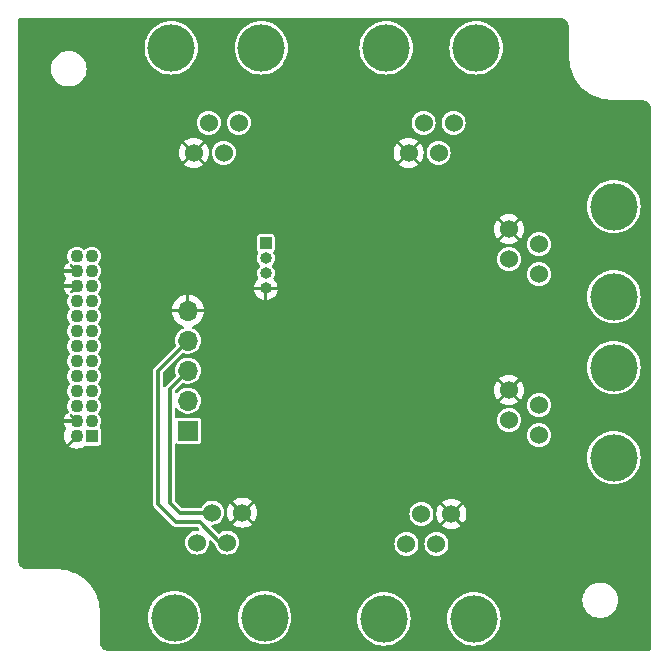
<source format=gbr>
%TF.GenerationSoftware,KiCad,Pcbnew,7.0.10-7.0.10~ubuntu22.04.1*%
%TF.CreationDate,2024-01-24T10:38:26-05:00*%
%TF.ProjectId,imu-splitter,696d752d-7370-46c6-9974-7465722e6b69,rev?*%
%TF.SameCoordinates,Original*%
%TF.FileFunction,Copper,L2,Bot*%
%TF.FilePolarity,Positive*%
%FSLAX46Y46*%
G04 Gerber Fmt 4.6, Leading zero omitted, Abs format (unit mm)*
G04 Created by KiCad (PCBNEW 7.0.10-7.0.10~ubuntu22.04.1) date 2024-01-24 10:38:26*
%MOMM*%
%LPD*%
G01*
G04 APERTURE LIST*
%TA.AperFunction,ComponentPad*%
%ADD10C,1.524000*%
%TD*%
%TA.AperFunction,ComponentPad*%
%ADD11C,4.000000*%
%TD*%
%TA.AperFunction,ComponentPad*%
%ADD12R,1.000000X1.000000*%
%TD*%
%TA.AperFunction,ComponentPad*%
%ADD13O,1.000000X1.000000*%
%TD*%
%TA.AperFunction,ComponentPad*%
%ADD14R,1.090000X1.090000*%
%TD*%
%TA.AperFunction,ComponentPad*%
%ADD15C,1.090000*%
%TD*%
%TA.AperFunction,ComponentPad*%
%ADD16R,1.700000X1.700000*%
%TD*%
%TA.AperFunction,ComponentPad*%
%ADD17O,1.700000X1.700000*%
%TD*%
%TA.AperFunction,ViaPad*%
%ADD18C,1.016000*%
%TD*%
%TA.AperFunction,Conductor*%
%ADD19C,0.304800*%
%TD*%
G04 APERTURE END LIST*
D10*
%TO.P,J6,1*%
%TO.N,+3.3V*%
X182720000Y-84000000D03*
%TO.P,J6,2*%
%TO.N,/TX5*%
X181450000Y-86540000D03*
%TO.P,J6,3*%
%TO.N,/RX5*%
X180180000Y-84000000D03*
%TO.P,J6,4*%
%TO.N,GND*%
X178910000Y-86540000D03*
D11*
%TO.P,J6,5*%
%TO.N,N/C*%
X184625000Y-77650000D03*
%TO.P,J6,6*%
X177000000Y-77650000D03*
%TD*%
D12*
%TO.P,J8,1,Pin_1*%
%TO.N,+3.3V*%
X185000000Y-94190000D03*
D13*
%TO.P,J8,2,Pin_2*%
%TO.N,/TX6*%
X185000000Y-95460000D03*
%TO.P,J8,3,Pin_3*%
%TO.N,/RX6*%
X185000000Y-96730000D03*
%TO.P,J8,4,Pin_4*%
%TO.N,GND*%
X185000000Y-98000000D03*
%TD*%
D14*
%TO.P,J7,1,Pin_1*%
%TO.N,+5V*%
X170262500Y-110532500D03*
D15*
%TO.P,J7,2,Pin_2*%
%TO.N,GND*%
X168992500Y-110532500D03*
%TO.P,J7,3,Pin_3*%
%TO.N,+5V*%
X170262500Y-109262500D03*
%TO.P,J7,4,Pin_4*%
%TO.N,GND*%
X168992500Y-109262500D03*
%TO.P,J7,5,Pin_5*%
%TO.N,unconnected-(J7-Pin_5-Pad5)*%
X170262500Y-107992500D03*
%TO.P,J7,6,Pin_6*%
%TO.N,/RX2*%
X168992500Y-107992500D03*
%TO.P,J7,7,Pin_7*%
%TO.N,/TX3*%
X170262500Y-106722500D03*
%TO.P,J7,8,Pin_8*%
%TO.N,/TX2*%
X168992500Y-106722500D03*
%TO.P,J7,9,Pin_9*%
%TO.N,/RX3*%
X170262500Y-105452500D03*
%TO.P,J7,10,Pin_10*%
%TO.N,/TX1*%
X168992500Y-105452500D03*
%TO.P,J7,11,Pin_11*%
%TO.N,/RX6*%
X170262500Y-104182500D03*
%TO.P,J7,12,Pin_12*%
%TO.N,/RX1*%
X168992500Y-104182500D03*
%TO.P,J7,13,Pin_13*%
%TO.N,/TX6*%
X170262500Y-102912500D03*
%TO.P,J7,14,Pin_14*%
%TO.N,/RX0*%
X168992500Y-102912500D03*
%TO.P,J7,15,Pin_15*%
%TO.N,/TX4*%
X170262500Y-101642500D03*
%TO.P,J7,16,Pin_16*%
%TO.N,/TX0*%
X168992500Y-101642500D03*
%TO.P,J7,17,Pin_17*%
%TO.N,/RX4*%
X170262500Y-100372500D03*
%TO.P,J7,18,Pin_18*%
%TO.N,unconnected-(J7-Pin_18-Pad18)*%
X168992500Y-100372500D03*
%TO.P,J7,19,Pin_19*%
%TO.N,/TX5*%
X170262500Y-99102500D03*
%TO.P,J7,20,Pin_20*%
%TO.N,unconnected-(J7-Pin_20-Pad20)*%
X168992500Y-99102500D03*
%TO.P,J7,21,Pin_21*%
%TO.N,/RX5*%
X170262500Y-97832500D03*
%TO.P,J7,22,Pin_22*%
%TO.N,GND*%
X168992500Y-97832500D03*
%TO.P,J7,23,Pin_23*%
%TO.N,unconnected-(J7-Pin_23-Pad23)*%
X170262500Y-96562500D03*
%TO.P,J7,24,Pin_24*%
%TO.N,GND*%
X168992500Y-96562500D03*
%TO.P,J7,25,Pin_25*%
%TO.N,unconnected-(J7-Pin_25-Pad25)*%
X170262500Y-95292500D03*
%TO.P,J7,26,Pin_26*%
%TO.N,unconnected-(J7-Pin_26-Pad26)*%
X168992500Y-95292500D03*
%TD*%
D10*
%TO.P,J1,1*%
%TO.N,+3.3V*%
X179190000Y-119540000D03*
%TO.P,J1,2*%
%TO.N,/TX0*%
X180460000Y-117000000D03*
%TO.P,J1,3*%
%TO.N,/RX0*%
X181730000Y-119540000D03*
%TO.P,J1,4*%
%TO.N,GND*%
X183000000Y-117000000D03*
D11*
%TO.P,J1,5*%
%TO.N,N/C*%
X177285000Y-125890000D03*
%TO.P,J1,6*%
X184910000Y-125890000D03*
%TD*%
D10*
%TO.P,J2,1*%
%TO.N,+3.3V*%
X196905000Y-119650000D03*
%TO.P,J2,2*%
%TO.N,/RX1*%
X198175000Y-117110000D03*
%TO.P,J2,3*%
%TO.N,/TX1*%
X199445000Y-119650000D03*
%TO.P,J2,4*%
%TO.N,GND*%
X200715000Y-117110000D03*
D11*
%TO.P,J2,5*%
%TO.N,N/C*%
X195000000Y-126000000D03*
%TO.P,J2,6*%
X202625000Y-126000000D03*
%TD*%
D16*
%TO.P,J9,1,Pin_1*%
%TO.N,+5V*%
X178407000Y-110059000D03*
D17*
%TO.P,J9,2,Pin_2*%
%TO.N,+3.3V*%
X178407000Y-107519000D03*
%TO.P,J9,3,Pin_3*%
%TO.N,/TX0*%
X178407000Y-104979000D03*
%TO.P,J9,4,Pin_4*%
%TO.N,/RX0*%
X178407000Y-102439000D03*
%TO.P,J9,5,Pin_5*%
%TO.N,GND*%
X178407000Y-99899000D03*
%TD*%
D10*
%TO.P,J4,1*%
%TO.N,+3.3V*%
X208125000Y-96810000D03*
%TO.P,J4,2*%
%TO.N,/TX3*%
X205585000Y-95540000D03*
%TO.P,J4,3*%
%TO.N,/RX3*%
X208125000Y-94270000D03*
%TO.P,J4,4*%
%TO.N,GND*%
X205585000Y-93000000D03*
D11*
%TO.P,J4,5*%
%TO.N,N/C*%
X214475000Y-98715000D03*
%TO.P,J4,6*%
X214475000Y-91090000D03*
%TD*%
D10*
%TO.P,J3,1*%
%TO.N,+3.3V*%
X208125000Y-110440000D03*
%TO.P,J3,2*%
%TO.N,/TX2*%
X205585000Y-109170000D03*
%TO.P,J3,3*%
%TO.N,/RX2*%
X208125000Y-107900000D03*
%TO.P,J3,4*%
%TO.N,GND*%
X205585000Y-106630000D03*
D11*
%TO.P,J3,5*%
%TO.N,N/C*%
X214475000Y-112345000D03*
%TO.P,J3,6*%
X214475000Y-104720000D03*
%TD*%
D10*
%TO.P,J5,1*%
%TO.N,+3.3V*%
X200907500Y-84000000D03*
%TO.P,J5,2*%
%TO.N,/TX4*%
X199637500Y-86540000D03*
%TO.P,J5,3*%
%TO.N,/RX4*%
X198367500Y-84000000D03*
%TO.P,J5,4*%
%TO.N,GND*%
X197097500Y-86540000D03*
D11*
%TO.P,J5,5*%
%TO.N,N/C*%
X202812500Y-77650000D03*
%TO.P,J5,6*%
X195187500Y-77650000D03*
%TD*%
D18*
%TO.N,GND*%
X192250000Y-106503000D03*
X194409000Y-106630000D03*
X184757000Y-107707000D03*
%TD*%
D19*
%TO.N,GND*%
X167265500Y-96562500D02*
X167231000Y-96597000D01*
X168992500Y-97832500D02*
X167069500Y-97832500D01*
X168992500Y-96562500D02*
X167265500Y-96562500D01*
X168992500Y-109262500D02*
X167138500Y-109262500D01*
X167138500Y-109262500D02*
X167104000Y-109297000D01*
X167069500Y-97832500D02*
X166850000Y-97613000D01*
%TO.N,/TX0*%
X178407000Y-104979000D02*
X176883000Y-106503000D01*
X176883000Y-116155000D02*
X177728000Y-117000000D01*
X176883000Y-106503000D02*
X176883000Y-116155000D01*
X177728000Y-117000000D02*
X180460000Y-117000000D01*
%TO.N,/RX0*%
X175867000Y-116282000D02*
X177391000Y-117806000D01*
X179423000Y-117806000D02*
X181157000Y-119540000D01*
X178407000Y-102439000D02*
X175867000Y-104979000D01*
X177391000Y-117806000D02*
X179423000Y-117806000D01*
X175867000Y-104979000D02*
X175867000Y-116282000D01*
X181157000Y-119540000D02*
X181730000Y-119540000D01*
%TD*%
%TA.AperFunction,Conductor*%
%TO.N,GND*%
G36*
X168572931Y-108673372D02*
G01*
X168579549Y-108677253D01*
X168587205Y-108682064D01*
X168609255Y-108699649D01*
X168836060Y-108926454D01*
X168762099Y-108966481D01*
X168678465Y-109057331D01*
X168656896Y-109106500D01*
X168423451Y-108873055D01*
X168389425Y-108810743D01*
X168394490Y-108739928D01*
X168437037Y-108683092D01*
X168503557Y-108658281D01*
X168572931Y-108673372D01*
G37*
%TD.AperFunction*%
%TA.AperFunction,Conductor*%
G36*
X168716518Y-98086559D02*
G01*
X168813965Y-98162405D01*
X168834984Y-98169620D01*
X168609256Y-98395349D01*
X168587199Y-98412939D01*
X168579584Y-98417724D01*
X168511263Y-98437031D01*
X168443349Y-98416337D01*
X168397405Y-98362210D01*
X168388018Y-98291837D01*
X168418167Y-98227560D01*
X168423451Y-98221942D01*
X168654207Y-97991185D01*
X168716518Y-98086559D01*
G37*
%TD.AperFunction*%
%TA.AperFunction,Conductor*%
G36*
X168572931Y-95973372D02*
G01*
X168579549Y-95977253D01*
X168587205Y-95982064D01*
X168609255Y-95999649D01*
X168836060Y-96226454D01*
X168762099Y-96266481D01*
X168678465Y-96357331D01*
X168656896Y-96406500D01*
X168423451Y-96173055D01*
X168389425Y-96110743D01*
X168394490Y-96039928D01*
X168437037Y-95983092D01*
X168503557Y-95958281D01*
X168572931Y-95973372D01*
G37*
%TD.AperFunction*%
%TA.AperFunction,Conductor*%
G36*
X209837676Y-75100502D02*
G01*
X209849676Y-75100501D01*
X209849678Y-75100502D01*
X209883372Y-75100500D01*
X209895712Y-75101105D01*
X210033180Y-75114639D01*
X210057408Y-75119458D01*
X210183630Y-75157744D01*
X210206451Y-75167196D01*
X210322783Y-75229376D01*
X210343320Y-75243099D01*
X210445281Y-75326779D01*
X210462748Y-75344247D01*
X210546423Y-75446212D01*
X210560141Y-75466744D01*
X210622319Y-75583086D01*
X210631769Y-75605905D01*
X210670050Y-75732133D01*
X210674867Y-75756361D01*
X210688443Y-75894323D01*
X210689049Y-75906673D01*
X210689045Y-75953051D01*
X210689050Y-75953098D01*
X210689050Y-78448970D01*
X210689089Y-78449687D01*
X210689087Y-78598090D01*
X210689087Y-78598108D01*
X210724044Y-78953089D01*
X210724049Y-78953123D01*
X210793631Y-79302962D01*
X210793635Y-79302979D01*
X210897181Y-79644343D01*
X210897183Y-79644348D01*
X211006941Y-79909337D01*
X211033691Y-79973918D01*
X211201847Y-80288525D01*
X211352863Y-80514540D01*
X211400030Y-80585132D01*
X211400036Y-80585140D01*
X211626331Y-80860887D01*
X211626335Y-80860891D01*
X211878578Y-81113136D01*
X212154331Y-81339443D01*
X212154335Y-81339445D01*
X212154339Y-81339449D01*
X212381666Y-81491344D01*
X212450939Y-81537631D01*
X212765544Y-81705791D01*
X213095118Y-81842304D01*
X213436485Y-81945856D01*
X213786358Y-82015448D01*
X214141368Y-82050411D01*
X214319732Y-82050409D01*
X214359614Y-82050409D01*
X216786782Y-82050409D01*
X216786860Y-82050416D01*
X216799602Y-82050414D01*
X216799605Y-82050415D01*
X216833309Y-82050409D01*
X216845627Y-82051012D01*
X216983116Y-82064537D01*
X217007345Y-82069354D01*
X217133580Y-82107633D01*
X217156402Y-82117085D01*
X217272741Y-82179261D01*
X217293281Y-82192984D01*
X217395252Y-82276663D01*
X217412717Y-82294127D01*
X217496403Y-82396099D01*
X217510125Y-82416636D01*
X217572303Y-82532973D01*
X217581756Y-82555796D01*
X217620041Y-82682032D01*
X217624858Y-82706262D01*
X217638352Y-82843396D01*
X217638958Y-82855746D01*
X217638954Y-82902958D01*
X217638959Y-82903005D01*
X217638959Y-128429512D01*
X217637406Y-128449235D01*
X217627414Y-128512282D01*
X217615231Y-128549768D01*
X217590802Y-128597706D01*
X217567633Y-128629592D01*
X217529592Y-128667633D01*
X217497706Y-128690802D01*
X217449768Y-128715231D01*
X217412282Y-128727414D01*
X217373416Y-128733573D01*
X217349233Y-128737406D01*
X217329512Y-128738959D01*
X171756093Y-128738959D01*
X171743744Y-128738352D01*
X171709742Y-128735003D01*
X171606284Y-128724814D01*
X171582058Y-128719995D01*
X171455837Y-128681706D01*
X171433016Y-128672254D01*
X171316680Y-128610070D01*
X171296143Y-128596347D01*
X171194183Y-128512669D01*
X171176716Y-128495202D01*
X171149517Y-128462059D01*
X171093032Y-128393228D01*
X171079311Y-128372691D01*
X171017136Y-128256362D01*
X171007686Y-128233549D01*
X170976282Y-128130008D01*
X170969399Y-128107314D01*
X170964581Y-128083089D01*
X170954171Y-127977355D01*
X170951014Y-127945288D01*
X170950409Y-127932952D01*
X170950411Y-127899585D01*
X170950410Y-127899583D01*
X170950411Y-127887583D01*
X170950409Y-127887551D01*
X170950409Y-125890003D01*
X175025663Y-125890003D01*
X175044991Y-126184898D01*
X175044993Y-126184913D01*
X175102648Y-126474757D01*
X175102650Y-126474767D01*
X175197642Y-126754603D01*
X175197648Y-126754617D01*
X175328355Y-127019666D01*
X175492546Y-127265396D01*
X175492549Y-127265400D01*
X175687406Y-127487593D01*
X175909599Y-127682450D01*
X175909603Y-127682453D01*
X176155331Y-127846643D01*
X176420389Y-127977355D01*
X176700241Y-128072352D01*
X176950789Y-128122189D01*
X176990086Y-128130006D01*
X176990088Y-128130006D01*
X176990097Y-128130008D01*
X177158613Y-128141053D01*
X177284997Y-128149337D01*
X177285000Y-128149337D01*
X177285003Y-128149337D01*
X177395588Y-128142088D01*
X177579903Y-128130008D01*
X177869759Y-128072352D01*
X178149611Y-127977355D01*
X178414669Y-127846643D01*
X178660397Y-127682453D01*
X178882593Y-127487593D01*
X179077453Y-127265397D01*
X179241643Y-127019669D01*
X179372355Y-126754611D01*
X179467352Y-126474759D01*
X179525008Y-126184903D01*
X179544337Y-125890003D01*
X182650663Y-125890003D01*
X182669991Y-126184898D01*
X182669993Y-126184913D01*
X182727648Y-126474757D01*
X182727650Y-126474767D01*
X182822642Y-126754603D01*
X182822648Y-126754617D01*
X182953355Y-127019666D01*
X183117546Y-127265396D01*
X183117549Y-127265400D01*
X183312406Y-127487593D01*
X183534599Y-127682450D01*
X183534603Y-127682453D01*
X183780331Y-127846643D01*
X184045389Y-127977355D01*
X184325241Y-128072352D01*
X184575789Y-128122189D01*
X184615086Y-128130006D01*
X184615088Y-128130006D01*
X184615097Y-128130008D01*
X184783613Y-128141053D01*
X184909997Y-128149337D01*
X184910000Y-128149337D01*
X184910003Y-128149337D01*
X185020588Y-128142088D01*
X185204903Y-128130008D01*
X185494759Y-128072352D01*
X185774611Y-127977355D01*
X186039669Y-127846643D01*
X186285397Y-127682453D01*
X186507593Y-127487593D01*
X186702453Y-127265397D01*
X186866643Y-127019669D01*
X186997355Y-126754611D01*
X187092352Y-126474759D01*
X187150008Y-126184903D01*
X187162127Y-126000003D01*
X192740663Y-126000003D01*
X192759991Y-126294898D01*
X192759993Y-126294913D01*
X192817648Y-126584757D01*
X192817650Y-126584767D01*
X192912642Y-126864603D01*
X192912648Y-126864617D01*
X193043355Y-127129666D01*
X193207546Y-127375396D01*
X193207549Y-127375400D01*
X193402406Y-127597593D01*
X193624599Y-127792450D01*
X193624603Y-127792453D01*
X193870331Y-127956643D01*
X194135389Y-128087355D01*
X194415241Y-128182352D01*
X194665789Y-128232189D01*
X194705086Y-128240006D01*
X194705088Y-128240006D01*
X194705097Y-128240008D01*
X194873613Y-128251053D01*
X194999997Y-128259337D01*
X195000000Y-128259337D01*
X195000003Y-128259337D01*
X195110588Y-128252088D01*
X195294903Y-128240008D01*
X195584759Y-128182352D01*
X195864611Y-128087355D01*
X196129669Y-127956643D01*
X196375397Y-127792453D01*
X196597593Y-127597593D01*
X196792453Y-127375397D01*
X196956643Y-127129669D01*
X197087355Y-126864611D01*
X197182352Y-126584759D01*
X197240008Y-126294903D01*
X197259337Y-126000003D01*
X200365663Y-126000003D01*
X200384991Y-126294898D01*
X200384993Y-126294913D01*
X200442648Y-126584757D01*
X200442650Y-126584767D01*
X200537642Y-126864603D01*
X200537648Y-126864617D01*
X200668355Y-127129666D01*
X200832546Y-127375396D01*
X200832549Y-127375400D01*
X201027406Y-127597593D01*
X201249599Y-127792450D01*
X201249603Y-127792453D01*
X201495331Y-127956643D01*
X201760389Y-128087355D01*
X202040241Y-128182352D01*
X202290789Y-128232189D01*
X202330086Y-128240006D01*
X202330088Y-128240006D01*
X202330097Y-128240008D01*
X202498613Y-128251053D01*
X202624997Y-128259337D01*
X202625000Y-128259337D01*
X202625003Y-128259337D01*
X202735588Y-128252088D01*
X202919903Y-128240008D01*
X203209759Y-128182352D01*
X203489611Y-128087355D01*
X203754669Y-127956643D01*
X204000397Y-127792453D01*
X204222593Y-127597593D01*
X204417453Y-127375397D01*
X204581643Y-127129669D01*
X204712355Y-126864611D01*
X204807352Y-126584759D01*
X204865008Y-126294903D01*
X204884337Y-126000000D01*
X204865008Y-125705097D01*
X204860056Y-125680204D01*
X204843128Y-125595101D01*
X204807352Y-125415241D01*
X204712355Y-125135389D01*
X204581643Y-124870332D01*
X204417453Y-124624603D01*
X204417450Y-124624599D01*
X204237786Y-124419730D01*
X211814087Y-124419730D01*
X211831063Y-124624603D01*
X211834623Y-124667558D01*
X211895665Y-124908607D01*
X211895668Y-124908614D01*
X211995556Y-125136336D01*
X212131565Y-125344515D01*
X212299979Y-125527462D01*
X212299984Y-125527466D01*
X212299986Y-125527468D01*
X212386862Y-125595086D01*
X212496220Y-125680203D01*
X212496221Y-125680204D01*
X212714920Y-125798558D01*
X212714922Y-125798559D01*
X212838407Y-125840951D01*
X212950116Y-125879301D01*
X213195395Y-125920230D01*
X213195399Y-125920230D01*
X213444061Y-125920230D01*
X213444065Y-125920230D01*
X213689344Y-125879301D01*
X213924540Y-125798558D01*
X214143239Y-125680204D01*
X214339474Y-125527468D01*
X214385697Y-125477257D01*
X214507894Y-125344515D01*
X214538839Y-125297150D01*
X214643903Y-125136337D01*
X214743793Y-124908611D01*
X214804838Y-124667551D01*
X214825373Y-124419730D01*
X214804838Y-124171909D01*
X214743793Y-123930849D01*
X214643903Y-123703123D01*
X214538839Y-123542310D01*
X214507894Y-123494944D01*
X214339480Y-123311997D01*
X214265397Y-123254336D01*
X214143239Y-123159256D01*
X214143238Y-123159255D01*
X213924539Y-123040901D01*
X213924537Y-123040900D01*
X213689348Y-122960160D01*
X213689339Y-122960158D01*
X213640566Y-122952019D01*
X213444065Y-122919230D01*
X213195395Y-122919230D01*
X213031683Y-122946548D01*
X212950120Y-122960158D01*
X212950111Y-122960160D01*
X212714922Y-123040900D01*
X212714920Y-123040901D01*
X212496221Y-123159255D01*
X212496220Y-123159256D01*
X212299979Y-123311997D01*
X212131565Y-123494944D01*
X211995556Y-123703123D01*
X211895668Y-123930845D01*
X211895665Y-123930852D01*
X211834623Y-124171901D01*
X211834622Y-124171907D01*
X211834622Y-124171909D01*
X211814087Y-124419730D01*
X204237786Y-124419730D01*
X204222593Y-124402406D01*
X204000400Y-124207549D01*
X204000396Y-124207546D01*
X203754666Y-124043355D01*
X203489617Y-123912648D01*
X203489611Y-123912645D01*
X203489606Y-123912643D01*
X203489603Y-123912642D01*
X203209767Y-123817650D01*
X203209761Y-123817648D01*
X203209759Y-123817648D01*
X203126619Y-123801110D01*
X202919913Y-123759993D01*
X202919898Y-123759991D01*
X202625003Y-123740663D01*
X202624997Y-123740663D01*
X202330101Y-123759991D01*
X202330086Y-123759993D01*
X202081810Y-123809379D01*
X202040241Y-123817648D01*
X202040239Y-123817648D01*
X202040232Y-123817650D01*
X201760396Y-123912642D01*
X201760382Y-123912648D01*
X201495334Y-124043355D01*
X201249603Y-124207546D01*
X201249599Y-124207549D01*
X201027406Y-124402406D01*
X200832549Y-124624599D01*
X200832546Y-124624603D01*
X200668355Y-124870334D01*
X200537648Y-125135382D01*
X200537642Y-125135396D01*
X200442650Y-125415232D01*
X200442648Y-125415242D01*
X200384993Y-125705086D01*
X200384991Y-125705101D01*
X200365663Y-125999996D01*
X200365663Y-126000003D01*
X197259337Y-126000003D01*
X197259337Y-126000000D01*
X197240008Y-125705097D01*
X197235056Y-125680204D01*
X197218128Y-125595101D01*
X197182352Y-125415241D01*
X197087355Y-125135389D01*
X196956643Y-124870332D01*
X196792453Y-124624603D01*
X196792450Y-124624599D01*
X196597593Y-124402406D01*
X196375400Y-124207549D01*
X196375396Y-124207546D01*
X196129666Y-124043355D01*
X195864617Y-123912648D01*
X195864611Y-123912645D01*
X195864606Y-123912643D01*
X195864603Y-123912642D01*
X195584767Y-123817650D01*
X195584761Y-123817648D01*
X195584759Y-123817648D01*
X195501619Y-123801110D01*
X195294913Y-123759993D01*
X195294898Y-123759991D01*
X195000003Y-123740663D01*
X194999997Y-123740663D01*
X194705101Y-123759991D01*
X194705086Y-123759993D01*
X194456810Y-123809379D01*
X194415241Y-123817648D01*
X194415239Y-123817648D01*
X194415232Y-123817650D01*
X194135396Y-123912642D01*
X194135382Y-123912648D01*
X193870334Y-124043355D01*
X193624603Y-124207546D01*
X193624599Y-124207549D01*
X193402406Y-124402406D01*
X193207549Y-124624599D01*
X193207546Y-124624603D01*
X193043355Y-124870334D01*
X192912648Y-125135382D01*
X192912642Y-125135396D01*
X192817650Y-125415232D01*
X192817648Y-125415242D01*
X192759993Y-125705086D01*
X192759991Y-125705101D01*
X192740663Y-125999996D01*
X192740663Y-126000003D01*
X187162127Y-126000003D01*
X187169337Y-125890000D01*
X187150008Y-125595097D01*
X187092352Y-125305241D01*
X187089605Y-125297150D01*
X187034695Y-125135389D01*
X186997355Y-125025389D01*
X186866643Y-124760332D01*
X186702453Y-124514603D01*
X186702450Y-124514599D01*
X186507593Y-124292406D01*
X186285400Y-124097549D01*
X186285396Y-124097546D01*
X186039666Y-123933355D01*
X185794025Y-123812219D01*
X185774611Y-123802645D01*
X185774606Y-123802643D01*
X185774603Y-123802642D01*
X185494767Y-123707650D01*
X185494761Y-123707648D01*
X185494759Y-123707648D01*
X185411619Y-123691110D01*
X185204913Y-123649993D01*
X185204898Y-123649991D01*
X184910003Y-123630663D01*
X184909997Y-123630663D01*
X184615101Y-123649991D01*
X184615086Y-123649993D01*
X184366810Y-123699379D01*
X184325241Y-123707648D01*
X184325239Y-123707648D01*
X184325232Y-123707650D01*
X184045396Y-123802642D01*
X184045382Y-123802648D01*
X183780334Y-123933355D01*
X183534603Y-124097546D01*
X183534599Y-124097549D01*
X183312406Y-124292406D01*
X183117549Y-124514599D01*
X183117546Y-124514603D01*
X182953355Y-124760334D01*
X182822648Y-125025382D01*
X182822642Y-125025396D01*
X182727650Y-125305232D01*
X182727648Y-125305242D01*
X182669993Y-125595086D01*
X182669991Y-125595101D01*
X182650663Y-125889996D01*
X182650663Y-125890003D01*
X179544337Y-125890003D01*
X179544337Y-125890000D01*
X179525008Y-125595097D01*
X179467352Y-125305241D01*
X179464605Y-125297150D01*
X179409695Y-125135389D01*
X179372355Y-125025389D01*
X179241643Y-124760332D01*
X179077453Y-124514603D01*
X179077450Y-124514599D01*
X178882593Y-124292406D01*
X178660400Y-124097549D01*
X178660396Y-124097546D01*
X178414666Y-123933355D01*
X178169025Y-123812219D01*
X178149611Y-123802645D01*
X178149606Y-123802643D01*
X178149603Y-123802642D01*
X177869767Y-123707650D01*
X177869761Y-123707648D01*
X177869759Y-123707648D01*
X177786619Y-123691110D01*
X177579913Y-123649993D01*
X177579898Y-123649991D01*
X177285003Y-123630663D01*
X177284997Y-123630663D01*
X176990101Y-123649991D01*
X176990086Y-123649993D01*
X176741810Y-123699379D01*
X176700241Y-123707648D01*
X176700239Y-123707648D01*
X176700232Y-123707650D01*
X176420396Y-123802642D01*
X176420382Y-123802648D01*
X176155334Y-123933355D01*
X175909603Y-124097546D01*
X175909599Y-124097549D01*
X175687406Y-124292406D01*
X175492549Y-124514599D01*
X175492546Y-124514603D01*
X175328355Y-124760334D01*
X175197648Y-125025382D01*
X175197642Y-125025396D01*
X175102650Y-125305232D01*
X175102648Y-125305242D01*
X175044993Y-125595086D01*
X175044991Y-125595101D01*
X175025663Y-125889996D01*
X175025663Y-125890003D01*
X170950409Y-125890003D01*
X170950409Y-125472010D01*
X170950450Y-125471866D01*
X170950449Y-125419726D01*
X170950450Y-125419726D01*
X170950447Y-125241362D01*
X170915475Y-124886352D01*
X170845875Y-124536480D01*
X170742317Y-124195114D01*
X170679455Y-124043357D01*
X170605802Y-123865547D01*
X170605797Y-123865537D01*
X170517167Y-123699728D01*
X170437635Y-123550938D01*
X170360499Y-123435498D01*
X170239448Y-123254336D01*
X170239444Y-123254331D01*
X170013136Y-122978578D01*
X169760890Y-122726335D01*
X169753156Y-122719988D01*
X169485152Y-122500043D01*
X169485142Y-122500036D01*
X169485135Y-122500030D01*
X169257797Y-122348128D01*
X169188528Y-122301844D01*
X168873920Y-122133683D01*
X168797669Y-122102099D01*
X168544346Y-121997169D01*
X168544341Y-121997167D01*
X168544340Y-121997167D01*
X168202994Y-121893619D01*
X168202985Y-121893616D01*
X168202979Y-121893615D01*
X167853106Y-121824019D01*
X167853102Y-121824018D01*
X167853099Y-121824018D01*
X167498100Y-121789051D01*
X167498087Y-121789050D01*
X167342320Y-121789050D01*
X164806187Y-121789050D01*
X164793837Y-121788443D01*
X164656372Y-121774904D01*
X164632147Y-121770086D01*
X164505908Y-121731793D01*
X164483089Y-121722341D01*
X164366752Y-121660160D01*
X164346215Y-121646438D01*
X164244240Y-121562753D01*
X164226774Y-121545288D01*
X164143082Y-121443315D01*
X164129364Y-121422787D01*
X164067171Y-121306441D01*
X164057722Y-121283629D01*
X164019423Y-121157395D01*
X164014603Y-121133170D01*
X164001107Y-120996207D01*
X164000500Y-120983851D01*
X164000500Y-116346446D01*
X175460099Y-116346446D01*
X175467055Y-116367855D01*
X175471668Y-116387070D01*
X175475190Y-116409306D01*
X175485408Y-116429359D01*
X175492974Y-116447624D01*
X175499929Y-116469031D01*
X175499931Y-116469035D01*
X175513162Y-116487245D01*
X175523491Y-116504101D01*
X175533708Y-116524151D01*
X175556634Y-116547077D01*
X176756980Y-117747424D01*
X177130314Y-118120758D01*
X177130324Y-118120767D01*
X177148849Y-118139292D01*
X177168907Y-118149512D01*
X177185754Y-118159836D01*
X177203968Y-118173069D01*
X177225384Y-118180027D01*
X177243625Y-118187583D01*
X177263694Y-118197809D01*
X177285933Y-118201330D01*
X177305150Y-118205944D01*
X177326553Y-118212899D01*
X177353759Y-118212899D01*
X177353783Y-118212900D01*
X177358976Y-118212900D01*
X179202266Y-118212900D01*
X179270387Y-118232902D01*
X179291361Y-118249805D01*
X179351571Y-118310015D01*
X179385597Y-118372327D01*
X179380532Y-118443142D01*
X179337985Y-118499978D01*
X179271465Y-118524789D01*
X179250127Y-118524503D01*
X179190005Y-118518582D01*
X179189997Y-118518582D01*
X178990738Y-118538206D01*
X178990736Y-118538206D01*
X178799122Y-118596332D01*
X178799116Y-118596334D01*
X178622533Y-118690720D01*
X178467748Y-118817748D01*
X178340720Y-118972533D01*
X178246334Y-119149116D01*
X178246332Y-119149122D01*
X178188206Y-119340736D01*
X178188206Y-119340738D01*
X178168582Y-119539996D01*
X178168582Y-119540003D01*
X178188206Y-119739261D01*
X178188206Y-119739263D01*
X178246332Y-119930877D01*
X178246334Y-119930883D01*
X178340720Y-120107466D01*
X178340722Y-120107469D01*
X178467748Y-120262252D01*
X178622531Y-120389278D01*
X178799120Y-120483667D01*
X178990731Y-120541792D01*
X178990735Y-120541792D01*
X178990737Y-120541793D01*
X179189997Y-120561418D01*
X179190000Y-120561418D01*
X179190003Y-120561418D01*
X179389261Y-120541793D01*
X179389263Y-120541793D01*
X179389264Y-120541792D01*
X179389269Y-120541792D01*
X179580880Y-120483667D01*
X179757469Y-120389278D01*
X179912252Y-120262252D01*
X180039278Y-120107469D01*
X180133667Y-119930880D01*
X180191792Y-119739269D01*
X180194543Y-119711336D01*
X180211418Y-119540003D01*
X180211418Y-119539998D01*
X180205496Y-119479874D01*
X180218724Y-119410120D01*
X180267564Y-119358592D01*
X180336509Y-119341648D01*
X180403670Y-119364669D01*
X180419984Y-119378428D01*
X180690580Y-119649024D01*
X180724606Y-119711336D01*
X180726877Y-119725762D01*
X180728208Y-119739269D01*
X180778826Y-119906135D01*
X180786332Y-119930877D01*
X180786334Y-119930883D01*
X180880720Y-120107466D01*
X180880722Y-120107469D01*
X181007748Y-120262252D01*
X181162531Y-120389278D01*
X181339120Y-120483667D01*
X181530731Y-120541792D01*
X181530735Y-120541792D01*
X181530737Y-120541793D01*
X181729997Y-120561418D01*
X181730000Y-120561418D01*
X181730003Y-120561418D01*
X181929261Y-120541793D01*
X181929263Y-120541793D01*
X181929264Y-120541792D01*
X181929269Y-120541792D01*
X182120880Y-120483667D01*
X182297469Y-120389278D01*
X182452252Y-120262252D01*
X182579278Y-120107469D01*
X182673667Y-119930880D01*
X182731792Y-119739269D01*
X182734543Y-119711336D01*
X182740584Y-119650003D01*
X195883582Y-119650003D01*
X195903206Y-119849261D01*
X195903206Y-119849263D01*
X195961332Y-120040877D01*
X195961334Y-120040883D01*
X196055720Y-120217466D01*
X196055722Y-120217469D01*
X196182748Y-120372252D01*
X196337531Y-120499278D01*
X196337533Y-120499279D01*
X196453786Y-120561418D01*
X196514120Y-120593667D01*
X196705731Y-120651792D01*
X196705735Y-120651792D01*
X196705737Y-120651793D01*
X196904997Y-120671418D01*
X196905000Y-120671418D01*
X196905003Y-120671418D01*
X197104261Y-120651793D01*
X197104263Y-120651793D01*
X197104264Y-120651792D01*
X197104269Y-120651792D01*
X197295880Y-120593667D01*
X197472469Y-120499278D01*
X197627252Y-120372252D01*
X197754278Y-120217469D01*
X197848667Y-120040880D01*
X197906792Y-119849269D01*
X197917626Y-119739267D01*
X197926418Y-119650003D01*
X198423582Y-119650003D01*
X198443206Y-119849261D01*
X198443206Y-119849263D01*
X198501332Y-120040877D01*
X198501334Y-120040883D01*
X198595720Y-120217466D01*
X198595722Y-120217469D01*
X198722748Y-120372252D01*
X198877531Y-120499278D01*
X198877533Y-120499279D01*
X198993786Y-120561418D01*
X199054120Y-120593667D01*
X199245731Y-120651792D01*
X199245735Y-120651792D01*
X199245737Y-120651793D01*
X199444997Y-120671418D01*
X199445000Y-120671418D01*
X199445003Y-120671418D01*
X199644261Y-120651793D01*
X199644263Y-120651793D01*
X199644264Y-120651792D01*
X199644269Y-120651792D01*
X199835880Y-120593667D01*
X200012469Y-120499278D01*
X200167252Y-120372252D01*
X200294278Y-120217469D01*
X200388667Y-120040880D01*
X200446792Y-119849269D01*
X200457626Y-119739267D01*
X200466418Y-119650003D01*
X200466418Y-119649996D01*
X200446793Y-119450738D01*
X200446793Y-119450736D01*
X200446792Y-119450733D01*
X200446792Y-119450731D01*
X200388667Y-119259120D01*
X200294278Y-119082531D01*
X200167252Y-118927748D01*
X200012469Y-118800722D01*
X200012467Y-118800721D01*
X200012466Y-118800720D01*
X199835883Y-118706334D01*
X199835877Y-118706332D01*
X199644262Y-118648206D01*
X199445003Y-118628582D01*
X199444997Y-118628582D01*
X199245738Y-118648206D01*
X199245736Y-118648206D01*
X199054122Y-118706332D01*
X199054116Y-118706334D01*
X198877533Y-118800720D01*
X198722748Y-118927748D01*
X198595720Y-119082533D01*
X198501334Y-119259116D01*
X198501332Y-119259122D01*
X198443206Y-119450736D01*
X198443206Y-119450738D01*
X198423582Y-119649996D01*
X198423582Y-119650003D01*
X197926418Y-119650003D01*
X197926418Y-119649996D01*
X197906793Y-119450738D01*
X197906793Y-119450736D01*
X197906792Y-119450733D01*
X197906792Y-119450731D01*
X197848667Y-119259120D01*
X197754278Y-119082531D01*
X197627252Y-118927748D01*
X197472469Y-118800722D01*
X197472467Y-118800721D01*
X197472466Y-118800720D01*
X197295883Y-118706334D01*
X197295877Y-118706332D01*
X197104262Y-118648206D01*
X196905003Y-118628582D01*
X196904997Y-118628582D01*
X196705738Y-118648206D01*
X196705736Y-118648206D01*
X196514122Y-118706332D01*
X196514116Y-118706334D01*
X196337533Y-118800720D01*
X196182748Y-118927748D01*
X196055720Y-119082533D01*
X195961334Y-119259116D01*
X195961332Y-119259122D01*
X195903206Y-119450736D01*
X195903206Y-119450738D01*
X195883582Y-119649996D01*
X195883582Y-119650003D01*
X182740584Y-119650003D01*
X182751418Y-119540003D01*
X182751418Y-119539996D01*
X182731793Y-119340738D01*
X182731793Y-119340736D01*
X182731792Y-119340733D01*
X182731792Y-119340731D01*
X182673667Y-119149120D01*
X182579278Y-118972531D01*
X182452252Y-118817748D01*
X182297469Y-118690722D01*
X182297467Y-118690721D01*
X182297466Y-118690720D01*
X182120883Y-118596334D01*
X182120877Y-118596332D01*
X181929262Y-118538206D01*
X181730003Y-118518582D01*
X181729997Y-118518582D01*
X181530738Y-118538206D01*
X181530736Y-118538206D01*
X181339122Y-118596332D01*
X181339116Y-118596334D01*
X181162531Y-118690721D01*
X181162523Y-118690727D01*
X181097366Y-118744199D01*
X181032019Y-118771952D01*
X180962040Y-118759969D01*
X180928339Y-118735895D01*
X180692422Y-118499978D01*
X180424306Y-118231863D01*
X180390282Y-118169551D01*
X180395346Y-118098736D01*
X180437893Y-118041900D01*
X180501052Y-118017375D01*
X180659261Y-118001793D01*
X180659263Y-118001793D01*
X180659264Y-118001792D01*
X180659269Y-118001792D01*
X180850880Y-117943667D01*
X181027469Y-117849278D01*
X181182252Y-117722252D01*
X181309278Y-117567469D01*
X181403667Y-117390880D01*
X181461792Y-117199269D01*
X181477677Y-117037977D01*
X181492978Y-117000085D01*
X181713165Y-117000085D01*
X181726863Y-117026849D01*
X181728590Y-117039346D01*
X181744515Y-117221365D01*
X181744516Y-117221371D01*
X181802031Y-117436023D01*
X181802033Y-117436027D01*
X181895946Y-117637424D01*
X181895947Y-117637426D01*
X182014151Y-117806240D01*
X182014153Y-117806240D01*
X182653760Y-117166632D01*
X182715813Y-117261612D01*
X182816157Y-117339713D01*
X182833825Y-117345778D01*
X182193758Y-117985845D01*
X182362575Y-118104053D01*
X182362574Y-118104053D01*
X182563972Y-118197966D01*
X182563976Y-118197968D01*
X182778625Y-118255482D01*
X183000000Y-118274850D01*
X183221374Y-118255482D01*
X183436023Y-118197968D01*
X183436027Y-118197966D01*
X183637425Y-118104053D01*
X183806240Y-117985846D01*
X183806240Y-117985844D01*
X183164556Y-117344160D01*
X183237251Y-117304820D01*
X183323371Y-117211269D01*
X183343952Y-117164348D01*
X183985844Y-117806240D01*
X183985846Y-117806240D01*
X184104053Y-117637425D01*
X184197966Y-117436027D01*
X184197968Y-117436023D01*
X184255482Y-117221374D01*
X184265226Y-117110003D01*
X197153582Y-117110003D01*
X197173206Y-117309261D01*
X197173206Y-117309263D01*
X197231332Y-117500877D01*
X197231334Y-117500883D01*
X197325720Y-117677466D01*
X197325722Y-117677469D01*
X197452748Y-117832252D01*
X197607531Y-117959278D01*
X197607533Y-117959279D01*
X197762105Y-118041900D01*
X197784120Y-118053667D01*
X197975731Y-118111792D01*
X197975735Y-118111792D01*
X197975737Y-118111793D01*
X198174997Y-118131418D01*
X198175000Y-118131418D01*
X198175003Y-118131418D01*
X198374261Y-118111793D01*
X198374263Y-118111793D01*
X198374264Y-118111792D01*
X198374269Y-118111792D01*
X198565880Y-118053667D01*
X198742469Y-117959278D01*
X198897252Y-117832252D01*
X199024278Y-117677469D01*
X199118667Y-117500880D01*
X199176792Y-117309269D01*
X199192677Y-117147977D01*
X199207978Y-117110085D01*
X199428165Y-117110085D01*
X199441863Y-117136849D01*
X199443590Y-117149346D01*
X199459515Y-117331365D01*
X199459516Y-117331371D01*
X199517031Y-117546023D01*
X199517033Y-117546027D01*
X199610946Y-117747424D01*
X199610947Y-117747426D01*
X199729151Y-117916240D01*
X199729153Y-117916240D01*
X200368760Y-117276632D01*
X200430813Y-117371612D01*
X200531157Y-117449713D01*
X200548825Y-117455778D01*
X199908758Y-118095845D01*
X200077575Y-118214053D01*
X200077574Y-118214053D01*
X200278972Y-118307966D01*
X200278976Y-118307968D01*
X200493625Y-118365482D01*
X200715000Y-118384850D01*
X200936374Y-118365482D01*
X201151023Y-118307968D01*
X201151027Y-118307966D01*
X201352425Y-118214053D01*
X201521240Y-118095846D01*
X201521240Y-118095844D01*
X200879556Y-117454160D01*
X200952251Y-117414820D01*
X201038371Y-117321269D01*
X201058952Y-117274348D01*
X201700844Y-117916240D01*
X201700846Y-117916240D01*
X201819053Y-117747425D01*
X201912966Y-117546027D01*
X201912968Y-117546023D01*
X201970482Y-117331374D01*
X201989850Y-117110000D01*
X201970482Y-116888625D01*
X201912968Y-116673976D01*
X201912966Y-116673972D01*
X201819052Y-116472574D01*
X201700846Y-116303758D01*
X201700845Y-116303758D01*
X201061238Y-116943365D01*
X200999187Y-116848388D01*
X200898843Y-116770287D01*
X200881172Y-116764220D01*
X201521240Y-116124153D01*
X201521240Y-116124151D01*
X201352426Y-116005947D01*
X201352424Y-116005946D01*
X201151027Y-115912033D01*
X201151023Y-115912031D01*
X200936374Y-115854517D01*
X200715000Y-115835149D01*
X200493625Y-115854517D01*
X200278976Y-115912031D01*
X200278972Y-115912033D01*
X200077571Y-116005948D01*
X199908758Y-116124151D01*
X199908758Y-116124152D01*
X200550444Y-116765839D01*
X200477749Y-116805180D01*
X200391629Y-116898731D01*
X200371047Y-116945652D01*
X199729152Y-116303758D01*
X199729151Y-116303758D01*
X199610948Y-116472571D01*
X199517033Y-116673972D01*
X199517031Y-116673976D01*
X199459516Y-116888628D01*
X199459515Y-116888634D01*
X199443590Y-117070653D01*
X199428165Y-117110085D01*
X199207978Y-117110085D01*
X199207983Y-117110072D01*
X199194540Y-117084497D01*
X199192677Y-117072020D01*
X199192542Y-117070653D01*
X199176793Y-116910738D01*
X199176793Y-116910736D01*
X199176792Y-116910733D01*
X199176792Y-116910731D01*
X199118667Y-116719120D01*
X199024278Y-116542531D01*
X198897252Y-116387748D01*
X198742469Y-116260722D01*
X198742467Y-116260721D01*
X198742466Y-116260720D01*
X198565883Y-116166334D01*
X198565877Y-116166332D01*
X198426829Y-116124152D01*
X198374269Y-116108208D01*
X198374268Y-116108207D01*
X198374262Y-116108206D01*
X198175003Y-116088582D01*
X198174997Y-116088582D01*
X197975738Y-116108206D01*
X197975736Y-116108206D01*
X197784122Y-116166332D01*
X197784116Y-116166334D01*
X197607533Y-116260720D01*
X197452748Y-116387748D01*
X197325720Y-116542533D01*
X197231334Y-116719116D01*
X197231332Y-116719122D01*
X197173206Y-116910736D01*
X197173206Y-116910738D01*
X197153582Y-117109996D01*
X197153582Y-117110003D01*
X184265226Y-117110003D01*
X184274850Y-117000000D01*
X184255482Y-116778625D01*
X184197968Y-116563976D01*
X184197966Y-116563972D01*
X184104052Y-116362574D01*
X183985846Y-116193758D01*
X183985845Y-116193758D01*
X183346238Y-116833365D01*
X183284187Y-116738388D01*
X183183843Y-116660287D01*
X183166172Y-116654220D01*
X183806240Y-116014153D01*
X183806240Y-116014151D01*
X183637426Y-115895947D01*
X183637424Y-115895946D01*
X183436027Y-115802033D01*
X183436023Y-115802031D01*
X183221374Y-115744517D01*
X183000000Y-115725149D01*
X182778625Y-115744517D01*
X182563976Y-115802031D01*
X182563972Y-115802033D01*
X182362571Y-115895948D01*
X182193758Y-116014151D01*
X182193758Y-116014152D01*
X182835444Y-116655839D01*
X182762749Y-116695180D01*
X182676629Y-116788731D01*
X182656047Y-116835652D01*
X182014152Y-116193758D01*
X182014151Y-116193758D01*
X181895948Y-116362571D01*
X181802033Y-116563972D01*
X181802031Y-116563976D01*
X181744516Y-116778628D01*
X181744515Y-116778634D01*
X181728590Y-116960653D01*
X181713165Y-117000085D01*
X181492978Y-117000085D01*
X181492983Y-117000072D01*
X181479540Y-116974497D01*
X181477677Y-116962020D01*
X181477542Y-116960653D01*
X181461793Y-116800739D01*
X181461793Y-116800736D01*
X181461792Y-116800733D01*
X181461792Y-116800731D01*
X181403667Y-116609120D01*
X181386575Y-116577144D01*
X181309279Y-116432533D01*
X181309278Y-116432531D01*
X181182252Y-116277748D01*
X181027469Y-116150722D01*
X181027467Y-116150721D01*
X181027466Y-116150720D01*
X180850883Y-116056334D01*
X180850877Y-116056332D01*
X180711829Y-116014152D01*
X180659269Y-115998208D01*
X180659268Y-115998207D01*
X180659262Y-115998206D01*
X180460003Y-115978582D01*
X180459997Y-115978582D01*
X180260738Y-115998206D01*
X180260736Y-115998206D01*
X180069122Y-116056332D01*
X180069116Y-116056334D01*
X179892533Y-116150720D01*
X179737748Y-116277748D01*
X179610720Y-116432533D01*
X179560497Y-116526496D01*
X179510745Y-116577144D01*
X179449375Y-116593100D01*
X177948734Y-116593100D01*
X177880613Y-116573098D01*
X177859639Y-116556195D01*
X177326805Y-116023361D01*
X177292779Y-115961049D01*
X177289900Y-115934266D01*
X177289900Y-112345003D01*
X212215663Y-112345003D01*
X212234991Y-112639898D01*
X212234993Y-112639913D01*
X212292648Y-112929757D01*
X212292650Y-112929767D01*
X212387642Y-113209603D01*
X212387648Y-113209617D01*
X212518355Y-113474666D01*
X212682546Y-113720396D01*
X212682549Y-113720400D01*
X212877406Y-113942593D01*
X213099599Y-114137450D01*
X213099603Y-114137453D01*
X213345331Y-114301643D01*
X213610389Y-114432355D01*
X213890241Y-114527352D01*
X214140789Y-114577189D01*
X214180086Y-114585006D01*
X214180088Y-114585006D01*
X214180097Y-114585008D01*
X214348613Y-114596053D01*
X214474997Y-114604337D01*
X214475000Y-114604337D01*
X214475003Y-114604337D01*
X214585588Y-114597088D01*
X214769903Y-114585008D01*
X215059759Y-114527352D01*
X215339611Y-114432355D01*
X215604669Y-114301643D01*
X215850397Y-114137453D01*
X216072593Y-113942593D01*
X216267453Y-113720397D01*
X216431643Y-113474669D01*
X216562355Y-113209611D01*
X216657352Y-112929759D01*
X216715008Y-112639903D01*
X216734337Y-112345000D01*
X216715008Y-112050097D01*
X216657352Y-111760241D01*
X216562355Y-111480389D01*
X216431643Y-111215332D01*
X216267453Y-110969603D01*
X216267450Y-110969599D01*
X216072593Y-110747406D01*
X215850400Y-110552549D01*
X215850396Y-110552546D01*
X215604666Y-110388355D01*
X215339617Y-110257648D01*
X215339611Y-110257645D01*
X215339606Y-110257643D01*
X215339603Y-110257642D01*
X215059767Y-110162650D01*
X215059761Y-110162648D01*
X215059759Y-110162648D01*
X214976619Y-110146110D01*
X214769913Y-110104993D01*
X214769898Y-110104991D01*
X214475003Y-110085663D01*
X214474997Y-110085663D01*
X214180101Y-110104991D01*
X214180086Y-110104993D01*
X213931810Y-110154379D01*
X213890241Y-110162648D01*
X213890239Y-110162648D01*
X213890232Y-110162650D01*
X213610396Y-110257642D01*
X213610382Y-110257648D01*
X213345334Y-110388355D01*
X213099603Y-110552546D01*
X213099599Y-110552549D01*
X212877406Y-110747406D01*
X212682549Y-110969599D01*
X212682546Y-110969603D01*
X212518355Y-111215334D01*
X212387648Y-111480382D01*
X212387642Y-111480396D01*
X212292650Y-111760232D01*
X212292648Y-111760242D01*
X212234993Y-112050086D01*
X212234991Y-112050101D01*
X212215663Y-112344996D01*
X212215663Y-112345003D01*
X177289900Y-112345003D01*
X177289900Y-111267801D01*
X177309902Y-111199680D01*
X177363558Y-111153187D01*
X177433832Y-111143083D01*
X177445796Y-111146366D01*
X177457698Y-111148733D01*
X177457699Y-111148734D01*
X177531933Y-111163500D01*
X179282066Y-111163499D01*
X179282069Y-111163498D01*
X179282073Y-111163498D01*
X179333912Y-111153187D01*
X179356301Y-111148734D01*
X179440484Y-111092484D01*
X179496734Y-111008301D01*
X179511500Y-110934067D01*
X179511500Y-110440003D01*
X207103582Y-110440003D01*
X207123206Y-110639261D01*
X207123206Y-110639263D01*
X207181332Y-110830877D01*
X207181334Y-110830883D01*
X207255480Y-110969599D01*
X207275722Y-111007469D01*
X207402748Y-111162252D01*
X207557531Y-111289278D01*
X207557533Y-111289279D01*
X207690966Y-111360601D01*
X207734120Y-111383667D01*
X207925731Y-111441792D01*
X207925735Y-111441792D01*
X207925737Y-111441793D01*
X208124997Y-111461418D01*
X208125000Y-111461418D01*
X208125003Y-111461418D01*
X208324261Y-111441793D01*
X208324263Y-111441793D01*
X208324264Y-111441792D01*
X208324269Y-111441792D01*
X208515880Y-111383667D01*
X208692469Y-111289278D01*
X208847252Y-111162252D01*
X208974278Y-111007469D01*
X209068667Y-110830880D01*
X209126792Y-110639269D01*
X209135333Y-110552547D01*
X209146418Y-110440003D01*
X209146418Y-110439996D01*
X209126793Y-110240738D01*
X209126793Y-110240736D01*
X209126792Y-110240733D01*
X209126792Y-110240731D01*
X209068667Y-110049120D01*
X208974278Y-109872531D01*
X208847252Y-109717748D01*
X208692469Y-109590722D01*
X208692467Y-109590721D01*
X208692466Y-109590720D01*
X208515883Y-109496334D01*
X208515877Y-109496332D01*
X208324262Y-109438206D01*
X208125003Y-109418582D01*
X208124997Y-109418582D01*
X207925738Y-109438206D01*
X207925736Y-109438206D01*
X207734122Y-109496332D01*
X207734116Y-109496334D01*
X207557533Y-109590720D01*
X207402748Y-109717748D01*
X207275720Y-109872533D01*
X207181334Y-110049116D01*
X207181332Y-110049122D01*
X207123206Y-110240736D01*
X207123206Y-110240738D01*
X207103582Y-110439996D01*
X207103582Y-110440003D01*
X179511500Y-110440003D01*
X179511499Y-109183934D01*
X179511498Y-109183931D01*
X179511498Y-109183926D01*
X179508729Y-109170003D01*
X204563582Y-109170003D01*
X204583206Y-109369261D01*
X204583206Y-109369263D01*
X204641332Y-109560877D01*
X204641334Y-109560883D01*
X204735720Y-109737466D01*
X204735722Y-109737469D01*
X204862748Y-109892252D01*
X205017531Y-110019278D01*
X205194120Y-110113667D01*
X205385731Y-110171792D01*
X205385735Y-110171792D01*
X205385737Y-110171793D01*
X205584997Y-110191418D01*
X205585000Y-110191418D01*
X205585003Y-110191418D01*
X205784261Y-110171793D01*
X205784263Y-110171793D01*
X205784264Y-110171792D01*
X205784269Y-110171792D01*
X205975880Y-110113667D01*
X206152469Y-110019278D01*
X206307252Y-109892252D01*
X206434278Y-109737469D01*
X206528667Y-109560880D01*
X206586792Y-109369269D01*
X206588238Y-109354586D01*
X206606418Y-109170003D01*
X206606418Y-109169996D01*
X206586793Y-108970738D01*
X206586793Y-108970736D01*
X206586792Y-108970733D01*
X206586792Y-108970731D01*
X206528667Y-108779120D01*
X206527473Y-108776887D01*
X206434279Y-108602533D01*
X206434278Y-108602531D01*
X206307252Y-108447748D01*
X206152469Y-108320722D01*
X206152467Y-108320721D01*
X206152466Y-108320720D01*
X205975883Y-108226334D01*
X205975877Y-108226332D01*
X205824190Y-108180318D01*
X205784269Y-108168208D01*
X205784268Y-108168207D01*
X205784262Y-108168206D01*
X205622978Y-108152322D01*
X205585072Y-108137016D01*
X205559497Y-108150459D01*
X205547021Y-108152322D01*
X205385738Y-108168206D01*
X205385736Y-108168206D01*
X205194122Y-108226332D01*
X205194116Y-108226334D01*
X205017533Y-108320720D01*
X204862748Y-108447748D01*
X204735720Y-108602533D01*
X204641334Y-108779116D01*
X204641332Y-108779122D01*
X204583206Y-108970736D01*
X204583206Y-108970738D01*
X204563582Y-109169996D01*
X204563582Y-109170003D01*
X179508729Y-109170003D01*
X179496734Y-109109699D01*
X179440483Y-109025515D01*
X179356302Y-108969266D01*
X179282067Y-108954500D01*
X177531936Y-108954500D01*
X177531926Y-108954501D01*
X177445527Y-108971687D01*
X177444927Y-108968671D01*
X177393517Y-108974194D01*
X177330033Y-108942409D01*
X177293811Y-108881348D01*
X177289900Y-108850198D01*
X177289900Y-108248439D01*
X177309902Y-108180318D01*
X177363558Y-108133825D01*
X177433832Y-108123721D01*
X177498412Y-108153215D01*
X177516450Y-108172507D01*
X177587266Y-108266284D01*
X177738536Y-108404185D01*
X177912566Y-108511940D01*
X177912568Y-108511940D01*
X177912573Y-108511944D01*
X178103444Y-108585888D01*
X178304653Y-108623500D01*
X178304655Y-108623500D01*
X178509345Y-108623500D01*
X178509347Y-108623500D01*
X178710556Y-108585888D01*
X178901427Y-108511944D01*
X179075462Y-108404186D01*
X179226732Y-108266285D01*
X179350088Y-108102935D01*
X179441328Y-107919701D01*
X179497345Y-107722821D01*
X179504703Y-107643414D01*
X179516232Y-107519004D01*
X179516232Y-107518995D01*
X179497345Y-107315180D01*
X179496858Y-107313468D01*
X179441328Y-107118299D01*
X179350088Y-106935065D01*
X179279257Y-106841269D01*
X179226733Y-106771715D01*
X179075463Y-106633814D01*
X179069303Y-106630000D01*
X204310149Y-106630000D01*
X204329517Y-106851374D01*
X204387031Y-107066023D01*
X204387033Y-107066027D01*
X204480946Y-107267424D01*
X204480947Y-107267426D01*
X204599151Y-107436240D01*
X204599153Y-107436240D01*
X205238760Y-106796632D01*
X205300813Y-106891612D01*
X205401157Y-106969713D01*
X205418825Y-106975778D01*
X204778758Y-107615845D01*
X204947575Y-107734053D01*
X204947574Y-107734053D01*
X205148972Y-107827966D01*
X205148976Y-107827968D01*
X205363625Y-107885482D01*
X205545653Y-107901408D01*
X205585085Y-107916833D01*
X205611850Y-107903136D01*
X205624346Y-107901408D01*
X205640405Y-107900003D01*
X207103582Y-107900003D01*
X207123206Y-108099261D01*
X207123206Y-108099263D01*
X207181332Y-108290877D01*
X207181334Y-108290883D01*
X207275720Y-108467466D01*
X207275722Y-108467469D01*
X207402748Y-108622252D01*
X207557531Y-108749278D01*
X207734120Y-108843667D01*
X207925731Y-108901792D01*
X207925735Y-108901792D01*
X207925737Y-108901793D01*
X208124997Y-108921418D01*
X208125000Y-108921418D01*
X208125003Y-108921418D01*
X208324261Y-108901793D01*
X208324263Y-108901793D01*
X208324264Y-108901792D01*
X208324269Y-108901792D01*
X208515880Y-108843667D01*
X208692469Y-108749278D01*
X208847252Y-108622252D01*
X208974278Y-108467469D01*
X209068667Y-108290880D01*
X209126792Y-108099269D01*
X209146109Y-107903136D01*
X209146418Y-107900003D01*
X209146418Y-107899996D01*
X209126793Y-107700738D01*
X209126793Y-107700736D01*
X209126792Y-107700733D01*
X209126792Y-107700731D01*
X209068667Y-107509120D01*
X209063988Y-107500367D01*
X208974279Y-107332533D01*
X208974278Y-107332531D01*
X208847252Y-107177748D01*
X208692469Y-107050722D01*
X208692467Y-107050721D01*
X208692466Y-107050720D01*
X208515883Y-106956334D01*
X208515877Y-106956332D01*
X208355889Y-106907800D01*
X208324269Y-106898208D01*
X208324268Y-106898207D01*
X208324262Y-106898206D01*
X208125003Y-106878582D01*
X208124997Y-106878582D01*
X207925738Y-106898206D01*
X207925736Y-106898206D01*
X207734122Y-106956332D01*
X207734116Y-106956334D01*
X207557533Y-107050720D01*
X207402748Y-107177748D01*
X207275720Y-107332533D01*
X207181334Y-107509116D01*
X207181332Y-107509122D01*
X207123206Y-107700736D01*
X207123206Y-107700738D01*
X207103582Y-107899996D01*
X207103582Y-107900003D01*
X205640405Y-107900003D01*
X205806374Y-107885482D01*
X206021023Y-107827968D01*
X206021027Y-107827966D01*
X206222425Y-107734053D01*
X206391240Y-107615846D01*
X206391240Y-107615844D01*
X205749556Y-106974160D01*
X205822251Y-106934820D01*
X205908371Y-106841269D01*
X205928952Y-106794348D01*
X206570844Y-107436240D01*
X206570846Y-107436240D01*
X206689053Y-107267425D01*
X206782966Y-107066027D01*
X206782968Y-107066023D01*
X206840482Y-106851374D01*
X206859850Y-106630000D01*
X206840482Y-106408625D01*
X206782968Y-106193976D01*
X206782966Y-106193972D01*
X206689052Y-105992574D01*
X206570846Y-105823758D01*
X206570845Y-105823758D01*
X205931238Y-106463365D01*
X205869187Y-106368388D01*
X205768843Y-106290287D01*
X205751172Y-106284220D01*
X206391240Y-105644153D01*
X206391240Y-105644151D01*
X206222426Y-105525947D01*
X206222424Y-105525946D01*
X206021027Y-105432033D01*
X206021023Y-105432031D01*
X205806374Y-105374517D01*
X205585000Y-105355149D01*
X205363625Y-105374517D01*
X205148976Y-105432031D01*
X205148972Y-105432033D01*
X204947571Y-105525948D01*
X204778758Y-105644151D01*
X204778758Y-105644152D01*
X205420444Y-106285839D01*
X205347749Y-106325180D01*
X205261629Y-106418731D01*
X205241047Y-106465652D01*
X204599152Y-105823758D01*
X204599151Y-105823758D01*
X204480948Y-105992571D01*
X204387033Y-106193972D01*
X204387031Y-106193976D01*
X204329517Y-106408625D01*
X204310149Y-106630000D01*
X179069303Y-106630000D01*
X178901433Y-106526059D01*
X178901428Y-106526057D01*
X178901427Y-106526056D01*
X178866306Y-106512450D01*
X178710559Y-106452113D01*
X178710560Y-106452113D01*
X178710557Y-106452112D01*
X178710556Y-106452112D01*
X178509347Y-106414500D01*
X178304653Y-106414500D01*
X178112635Y-106450394D01*
X178103439Y-106452113D01*
X177912577Y-106526054D01*
X177912566Y-106526059D01*
X177738536Y-106633814D01*
X177587266Y-106771715D01*
X177516450Y-106865492D01*
X177459436Y-106907800D01*
X177388600Y-106912567D01*
X177326431Y-106878280D01*
X177292668Y-106815826D01*
X177289900Y-106789560D01*
X177289900Y-106723733D01*
X177309902Y-106655612D01*
X177326799Y-106634643D01*
X177909967Y-106051475D01*
X177972276Y-106017453D01*
X178043091Y-106022517D01*
X178044520Y-106023061D01*
X178103444Y-106045888D01*
X178304653Y-106083500D01*
X178304655Y-106083500D01*
X178509345Y-106083500D01*
X178509347Y-106083500D01*
X178710556Y-106045888D01*
X178901427Y-105971944D01*
X179075462Y-105864186D01*
X179226732Y-105726285D01*
X179350088Y-105562935D01*
X179441328Y-105379701D01*
X179497345Y-105182821D01*
X179504703Y-105103414D01*
X179516232Y-104979004D01*
X179516232Y-104978995D01*
X179497345Y-104775180D01*
X179497345Y-104775179D01*
X179481646Y-104720003D01*
X212215663Y-104720003D01*
X212234991Y-105014898D01*
X212234993Y-105014913D01*
X212292648Y-105304757D01*
X212292650Y-105304767D01*
X212387642Y-105584603D01*
X212387648Y-105584617D01*
X212518355Y-105849666D01*
X212682546Y-106095396D01*
X212682549Y-106095400D01*
X212877406Y-106317593D01*
X213099599Y-106512450D01*
X213099603Y-106512453D01*
X213345331Y-106676643D01*
X213610389Y-106807355D01*
X213890241Y-106902352D01*
X214140789Y-106952189D01*
X214180086Y-106960006D01*
X214180088Y-106960006D01*
X214180097Y-106960008D01*
X214348613Y-106971053D01*
X214474997Y-106979337D01*
X214475000Y-106979337D01*
X214475003Y-106979337D01*
X214585588Y-106972088D01*
X214769903Y-106960008D01*
X215059759Y-106902352D01*
X215339611Y-106807355D01*
X215604669Y-106676643D01*
X215850397Y-106512453D01*
X216072593Y-106317593D01*
X216267453Y-106095397D01*
X216431643Y-105849669D01*
X216562355Y-105584611D01*
X216657352Y-105304759D01*
X216715008Y-105014903D01*
X216734337Y-104720000D01*
X216731363Y-104674632D01*
X216715008Y-104425101D01*
X216715008Y-104425097D01*
X216657352Y-104135241D01*
X216562355Y-103855389D01*
X216431643Y-103590332D01*
X216267453Y-103344603D01*
X216267450Y-103344599D01*
X216072593Y-103122406D01*
X215850400Y-102927549D01*
X215850396Y-102927546D01*
X215604666Y-102763355D01*
X215339617Y-102632648D01*
X215339611Y-102632645D01*
X215339606Y-102632643D01*
X215339603Y-102632642D01*
X215059767Y-102537650D01*
X215059761Y-102537648D01*
X215059759Y-102537648D01*
X214976619Y-102521110D01*
X214769913Y-102479993D01*
X214769898Y-102479991D01*
X214475003Y-102460663D01*
X214474997Y-102460663D01*
X214180101Y-102479991D01*
X214180086Y-102479993D01*
X213931810Y-102529379D01*
X213890241Y-102537648D01*
X213890239Y-102537648D01*
X213890232Y-102537650D01*
X213610396Y-102632642D01*
X213610382Y-102632648D01*
X213345334Y-102763355D01*
X213099603Y-102927546D01*
X213099599Y-102927549D01*
X212877406Y-103122406D01*
X212682549Y-103344599D01*
X212682546Y-103344603D01*
X212518355Y-103590334D01*
X212387648Y-103855382D01*
X212387642Y-103855396D01*
X212292650Y-104135232D01*
X212292648Y-104135242D01*
X212234993Y-104425086D01*
X212234991Y-104425101D01*
X212215663Y-104719996D01*
X212215663Y-104720003D01*
X179481646Y-104720003D01*
X179441328Y-104578299D01*
X179350088Y-104395065D01*
X179309538Y-104341368D01*
X179226733Y-104231715D01*
X179075463Y-104093814D01*
X178901433Y-103986059D01*
X178901428Y-103986057D01*
X178901427Y-103986056D01*
X178710559Y-103912113D01*
X178710560Y-103912113D01*
X178710557Y-103912112D01*
X178710556Y-103912112D01*
X178509347Y-103874500D01*
X178304653Y-103874500D01*
X178103444Y-103912112D01*
X178103439Y-103912113D01*
X177912577Y-103986054D01*
X177912566Y-103986059D01*
X177738536Y-104093814D01*
X177587266Y-104231715D01*
X177463913Y-104395063D01*
X177372671Y-104578301D01*
X177316654Y-104775180D01*
X177297768Y-104978995D01*
X177297768Y-104979004D01*
X177316654Y-105182819D01*
X177365296Y-105353777D01*
X177364700Y-105424771D01*
X177333202Y-105477353D01*
X176640849Y-106169708D01*
X176640848Y-106169708D01*
X176549708Y-106260847D01*
X176549706Y-106260850D01*
X176539491Y-106280898D01*
X176529165Y-106297751D01*
X176515927Y-106315972D01*
X176512165Y-106323356D01*
X176463416Y-106374970D01*
X176394501Y-106392034D01*
X176327300Y-106369132D01*
X176283149Y-106313533D01*
X176273900Y-106266150D01*
X176273900Y-105199733D01*
X176293902Y-105131612D01*
X176310805Y-105110638D01*
X177059912Y-104361531D01*
X177909966Y-103511476D01*
X177972276Y-103477453D01*
X178043091Y-103482517D01*
X178044520Y-103483061D01*
X178103444Y-103505888D01*
X178304653Y-103543500D01*
X178304655Y-103543500D01*
X178509345Y-103543500D01*
X178509347Y-103543500D01*
X178710556Y-103505888D01*
X178901427Y-103431944D01*
X179075462Y-103324186D01*
X179226732Y-103186285D01*
X179350088Y-103022935D01*
X179441328Y-102839701D01*
X179497345Y-102642821D01*
X179504703Y-102563414D01*
X179516232Y-102439004D01*
X179516232Y-102438995D01*
X179497345Y-102235180D01*
X179496858Y-102233468D01*
X179441328Y-102038299D01*
X179350088Y-101855065D01*
X179309538Y-101801368D01*
X179226733Y-101691715D01*
X179075463Y-101553814D01*
X178901433Y-101446059D01*
X178901425Y-101446055D01*
X178838589Y-101421712D01*
X178782295Y-101378452D01*
X178758325Y-101311624D01*
X178774290Y-101242446D01*
X178825121Y-101192881D01*
X178843196Y-101185048D01*
X178954365Y-101146884D01*
X178954371Y-101146882D01*
X179152300Y-101039768D01*
X179152301Y-101039767D01*
X179329902Y-100901534D01*
X179482325Y-100735958D01*
X179605419Y-100547548D01*
X179695820Y-100341456D01*
X179695823Y-100341449D01*
X179751066Y-100123297D01*
X179751068Y-100123288D01*
X179759130Y-100026000D01*
X178890818Y-100026000D01*
X178907000Y-99970889D01*
X178907000Y-99827111D01*
X178890818Y-99772000D01*
X179759129Y-99772000D01*
X179751068Y-99674711D01*
X179751066Y-99674702D01*
X179695823Y-99456550D01*
X179695820Y-99456543D01*
X179605419Y-99250451D01*
X179482325Y-99062041D01*
X179329902Y-98896465D01*
X179152301Y-98758232D01*
X179152300Y-98758231D01*
X178954371Y-98651117D01*
X178954369Y-98651116D01*
X178741516Y-98578044D01*
X178741509Y-98578042D01*
X178534000Y-98543415D01*
X178534000Y-99412118D01*
X178442763Y-99399000D01*
X178371237Y-99399000D01*
X178280000Y-99412118D01*
X178280000Y-98543415D01*
X178072490Y-98578042D01*
X178072483Y-98578044D01*
X177859630Y-98651116D01*
X177859628Y-98651117D01*
X177661699Y-98758231D01*
X177661698Y-98758232D01*
X177484097Y-98896465D01*
X177331674Y-99062041D01*
X177208580Y-99250451D01*
X177118179Y-99456543D01*
X177118176Y-99456550D01*
X177062933Y-99674702D01*
X177062931Y-99674711D01*
X177054870Y-99772000D01*
X177923182Y-99772000D01*
X177907000Y-99827111D01*
X177907000Y-99970889D01*
X177923182Y-100026000D01*
X177054870Y-100026000D01*
X177062931Y-100123288D01*
X177062933Y-100123297D01*
X177118176Y-100341449D01*
X177118179Y-100341456D01*
X177208580Y-100547548D01*
X177331674Y-100735958D01*
X177484097Y-100901534D01*
X177661698Y-101039767D01*
X177661699Y-101039768D01*
X177859628Y-101146882D01*
X177859634Y-101146884D01*
X177970803Y-101185048D01*
X178028739Y-101226084D01*
X178055291Y-101291929D01*
X178042030Y-101361676D01*
X177993166Y-101413182D01*
X177975410Y-101421712D01*
X177912574Y-101446055D01*
X177912566Y-101446059D01*
X177738536Y-101553814D01*
X177587266Y-101691715D01*
X177463913Y-101855063D01*
X177372671Y-102038301D01*
X177316654Y-102235180D01*
X177297768Y-102438995D01*
X177297768Y-102439004D01*
X177316654Y-102642819D01*
X177365296Y-102813778D01*
X177364700Y-102884772D01*
X177333201Y-102937354D01*
X175624849Y-104645708D01*
X175550561Y-104719996D01*
X175533706Y-104736851D01*
X175523491Y-104756898D01*
X175513165Y-104773751D01*
X175499928Y-104791970D01*
X175492972Y-104813379D01*
X175485408Y-104831640D01*
X175475191Y-104851691D01*
X175475190Y-104851694D01*
X175471669Y-104873925D01*
X175467057Y-104893139D01*
X175460100Y-104914555D01*
X175460100Y-116346446D01*
X175460099Y-116346446D01*
X164000500Y-116346446D01*
X164000500Y-110532503D01*
X167934405Y-110532503D01*
X167954734Y-110738916D01*
X167954736Y-110738927D01*
X168014945Y-110937410D01*
X168014947Y-110937414D01*
X168112725Y-111120344D01*
X168112727Y-111120347D01*
X168163354Y-111182038D01*
X168654207Y-110691185D01*
X168716518Y-110786559D01*
X168813965Y-110862405D01*
X168834983Y-110869620D01*
X168342961Y-111361643D01*
X168404656Y-111412275D01*
X168587585Y-111510052D01*
X168587589Y-111510054D01*
X168786072Y-111570263D01*
X168786083Y-111570265D01*
X168992497Y-111590595D01*
X168992503Y-111590595D01*
X169198916Y-111570265D01*
X169198927Y-111570263D01*
X169397410Y-111510054D01*
X169397414Y-111510052D01*
X169580343Y-111412275D01*
X169643306Y-111360601D01*
X169708653Y-111332846D01*
X169723225Y-111331999D01*
X170832566Y-111331999D01*
X170832569Y-111331998D01*
X170832573Y-111331998D01*
X170881826Y-111322201D01*
X170906801Y-111317234D01*
X170990984Y-111260984D01*
X171047234Y-111176801D01*
X171062000Y-111102567D01*
X171061999Y-109962434D01*
X171061998Y-109962431D01*
X171061998Y-109962426D01*
X171047234Y-109888199D01*
X170990982Y-109804013D01*
X170985569Y-109798600D01*
X170951543Y-109736288D01*
X170956608Y-109665473D01*
X170967978Y-109642467D01*
X170974241Y-109632500D01*
X170987383Y-109611585D01*
X171046887Y-109441531D01*
X171067059Y-109262500D01*
X171046887Y-109083469D01*
X170987383Y-108913415D01*
X170987381Y-108913412D01*
X170987381Y-108913411D01*
X170891531Y-108760867D01*
X170891530Y-108760865D01*
X170847260Y-108716595D01*
X170813234Y-108654283D01*
X170818299Y-108583468D01*
X170847260Y-108538405D01*
X170891530Y-108494134D01*
X170891531Y-108494132D01*
X170897501Y-108484632D01*
X170987383Y-108341585D01*
X171046887Y-108171531D01*
X171067059Y-107992500D01*
X171046887Y-107813469D01*
X170987383Y-107643415D01*
X170987381Y-107643412D01*
X170987381Y-107643411D01*
X170891531Y-107490867D01*
X170891530Y-107490865D01*
X170847260Y-107446595D01*
X170813234Y-107384283D01*
X170818299Y-107313468D01*
X170847260Y-107268405D01*
X170891530Y-107224134D01*
X170891531Y-107224132D01*
X170897501Y-107214632D01*
X170987383Y-107071585D01*
X171046887Y-106901531D01*
X171067059Y-106722500D01*
X171046887Y-106543469D01*
X170987383Y-106373415D01*
X170987381Y-106373412D01*
X170987381Y-106373411D01*
X170891531Y-106220867D01*
X170891530Y-106220865D01*
X170847260Y-106176595D01*
X170813234Y-106114283D01*
X170818299Y-106043468D01*
X170847260Y-105998405D01*
X170891530Y-105954134D01*
X170891531Y-105954132D01*
X170897501Y-105944632D01*
X170987383Y-105801585D01*
X171046887Y-105631531D01*
X171067059Y-105452500D01*
X171046887Y-105273469D01*
X170987383Y-105103415D01*
X170987381Y-105103412D01*
X170987381Y-105103411D01*
X170891531Y-104950867D01*
X170891530Y-104950865D01*
X170847260Y-104906595D01*
X170813234Y-104844283D01*
X170818299Y-104773468D01*
X170847260Y-104728405D01*
X170891530Y-104684134D01*
X170891531Y-104684132D01*
X170897501Y-104674632D01*
X170987383Y-104531585D01*
X171046887Y-104361531D01*
X171067059Y-104182500D01*
X171046887Y-104003469D01*
X170987383Y-103833415D01*
X170987381Y-103833412D01*
X170987381Y-103833411D01*
X170891531Y-103680867D01*
X170891530Y-103680865D01*
X170847260Y-103636595D01*
X170813234Y-103574283D01*
X170818299Y-103503468D01*
X170847260Y-103458405D01*
X170891530Y-103414134D01*
X170891531Y-103414132D01*
X170897501Y-103404632D01*
X170987383Y-103261585D01*
X171046887Y-103091531D01*
X171067059Y-102912500D01*
X171046887Y-102733469D01*
X170987383Y-102563415D01*
X170987381Y-102563412D01*
X170987381Y-102563411D01*
X170891531Y-102410867D01*
X170891530Y-102410865D01*
X170847260Y-102366595D01*
X170813234Y-102304283D01*
X170818299Y-102233468D01*
X170847260Y-102188405D01*
X170891530Y-102144134D01*
X170891531Y-102144132D01*
X170897501Y-102134632D01*
X170987383Y-101991585D01*
X171046887Y-101821531D01*
X171067059Y-101642500D01*
X171046887Y-101463469D01*
X170987383Y-101293415D01*
X170987381Y-101293412D01*
X170987381Y-101293411D01*
X170891531Y-101140867D01*
X170891530Y-101140865D01*
X170847260Y-101096595D01*
X170813234Y-101034283D01*
X170818299Y-100963468D01*
X170847260Y-100918405D01*
X170891530Y-100874134D01*
X170891531Y-100874132D01*
X170897501Y-100864632D01*
X170987383Y-100721585D01*
X171046887Y-100551531D01*
X171067059Y-100372500D01*
X171046887Y-100193469D01*
X170987383Y-100023415D01*
X170987381Y-100023412D01*
X170987381Y-100023411D01*
X170891531Y-99870867D01*
X170891530Y-99870865D01*
X170847260Y-99826595D01*
X170813234Y-99764283D01*
X170818299Y-99693468D01*
X170847260Y-99648405D01*
X170891530Y-99604134D01*
X170891531Y-99604132D01*
X170897501Y-99594632D01*
X170987383Y-99451585D01*
X171046887Y-99281531D01*
X171067059Y-99102500D01*
X171046887Y-98923469D01*
X170987383Y-98753415D01*
X170987381Y-98753412D01*
X170987381Y-98753411D01*
X170891531Y-98600867D01*
X170891530Y-98600865D01*
X170847260Y-98556595D01*
X170813234Y-98494283D01*
X170818299Y-98423468D01*
X170847260Y-98378405D01*
X170891530Y-98334134D01*
X170891531Y-98334132D01*
X170901597Y-98318113D01*
X170987383Y-98181585D01*
X171046887Y-98011531D01*
X171062496Y-97872999D01*
X183999630Y-97872999D01*
X183999631Y-97873000D01*
X184700366Y-97873000D01*
X184675000Y-97942694D01*
X184675000Y-98057306D01*
X184700366Y-98127000D01*
X183999631Y-98127000D01*
X184006585Y-98197605D01*
X184064219Y-98387599D01*
X184064225Y-98387614D01*
X184157824Y-98562724D01*
X184283788Y-98716211D01*
X184437275Y-98842175D01*
X184612385Y-98935774D01*
X184612391Y-98935776D01*
X184802405Y-98993416D01*
X184872999Y-99000368D01*
X184873000Y-99000367D01*
X184873000Y-98301954D01*
X184887129Y-98310112D01*
X184971564Y-98325000D01*
X185028436Y-98325000D01*
X185112871Y-98310112D01*
X185127000Y-98301954D01*
X185127000Y-99000368D01*
X185197592Y-98993416D01*
X185197596Y-98993416D01*
X185387608Y-98935776D01*
X185387614Y-98935774D01*
X185562724Y-98842175D01*
X185716211Y-98716211D01*
X185717202Y-98715003D01*
X212215663Y-98715003D01*
X212234991Y-99009898D01*
X212234993Y-99009913D01*
X212276110Y-99216619D01*
X212289022Y-99281531D01*
X212292648Y-99299757D01*
X212292650Y-99299767D01*
X212387642Y-99579603D01*
X212387648Y-99579617D01*
X212518355Y-99844666D01*
X212682546Y-100090396D01*
X212682549Y-100090400D01*
X212877406Y-100312593D01*
X213099599Y-100507450D01*
X213099603Y-100507453D01*
X213345331Y-100671643D01*
X213610389Y-100802355D01*
X213890241Y-100897352D01*
X214140789Y-100947189D01*
X214180086Y-100955006D01*
X214180088Y-100955006D01*
X214180097Y-100955008D01*
X214348613Y-100966053D01*
X214474997Y-100974337D01*
X214475000Y-100974337D01*
X214475003Y-100974337D01*
X214585588Y-100967088D01*
X214769903Y-100955008D01*
X215059759Y-100897352D01*
X215339611Y-100802355D01*
X215604669Y-100671643D01*
X215850397Y-100507453D01*
X216072593Y-100312593D01*
X216267453Y-100090397D01*
X216431643Y-99844669D01*
X216562355Y-99579611D01*
X216657352Y-99299759D01*
X216715008Y-99009903D01*
X216727088Y-98825588D01*
X216734337Y-98715003D01*
X216734337Y-98714996D01*
X216719870Y-98494283D01*
X216715008Y-98420097D01*
X216657352Y-98130241D01*
X216656767Y-98128519D01*
X216593688Y-97942694D01*
X216562355Y-97850389D01*
X216431643Y-97585332D01*
X216267453Y-97339603D01*
X216267450Y-97339599D01*
X216072593Y-97117406D01*
X215850400Y-96922549D01*
X215850396Y-96922546D01*
X215604666Y-96758355D01*
X215339617Y-96627648D01*
X215339611Y-96627645D01*
X215339606Y-96627643D01*
X215339603Y-96627642D01*
X215059767Y-96532650D01*
X215059761Y-96532648D01*
X215059759Y-96532648D01*
X214976619Y-96516110D01*
X214769913Y-96474993D01*
X214769898Y-96474991D01*
X214475003Y-96455663D01*
X214474997Y-96455663D01*
X214180101Y-96474991D01*
X214180086Y-96474993D01*
X213931810Y-96524379D01*
X213890241Y-96532648D01*
X213890239Y-96532648D01*
X213890232Y-96532650D01*
X213610396Y-96627642D01*
X213610382Y-96627648D01*
X213345334Y-96758355D01*
X213099603Y-96922546D01*
X213099599Y-96922549D01*
X212877406Y-97117406D01*
X212682549Y-97339599D01*
X212682546Y-97339603D01*
X212518355Y-97585334D01*
X212387648Y-97850382D01*
X212387642Y-97850396D01*
X212292650Y-98130232D01*
X212292648Y-98130242D01*
X212234993Y-98420086D01*
X212234991Y-98420101D01*
X212215663Y-98714996D01*
X212215663Y-98715003D01*
X185717202Y-98715003D01*
X185842175Y-98562724D01*
X185935774Y-98387614D01*
X185935780Y-98387599D01*
X185993414Y-98197605D01*
X186000369Y-98127000D01*
X185299634Y-98127000D01*
X185325000Y-98057306D01*
X185325000Y-97942694D01*
X185299634Y-97873000D01*
X186000369Y-97873000D01*
X186000369Y-97872999D01*
X185993414Y-97802394D01*
X185935780Y-97612400D01*
X185935774Y-97612385D01*
X185842175Y-97437275D01*
X185716211Y-97283788D01*
X185687825Y-97260492D01*
X185647856Y-97201815D01*
X185645956Y-97130843D01*
X185661073Y-97096056D01*
X185669000Y-97083438D01*
X185684082Y-97059437D01*
X185740237Y-96898954D01*
X185750260Y-96810003D01*
X207103582Y-96810003D01*
X207123206Y-97009261D01*
X207123206Y-97009263D01*
X207181332Y-97200877D01*
X207181334Y-97200883D01*
X207255480Y-97339599D01*
X207275722Y-97377469D01*
X207402748Y-97532252D01*
X207557531Y-97659278D01*
X207734120Y-97753667D01*
X207925731Y-97811792D01*
X207925735Y-97811792D01*
X207925737Y-97811793D01*
X208124997Y-97831418D01*
X208125000Y-97831418D01*
X208125003Y-97831418D01*
X208324261Y-97811793D01*
X208324263Y-97811793D01*
X208324264Y-97811792D01*
X208324269Y-97811792D01*
X208515880Y-97753667D01*
X208692469Y-97659278D01*
X208847252Y-97532252D01*
X208974278Y-97377469D01*
X209068667Y-97200880D01*
X209126792Y-97009269D01*
X209135333Y-96922547D01*
X209146418Y-96810003D01*
X209146418Y-96809996D01*
X209126793Y-96610738D01*
X209126793Y-96610736D01*
X209126792Y-96610733D01*
X209126792Y-96610731D01*
X209068667Y-96419120D01*
X209058746Y-96400560D01*
X208974279Y-96242533D01*
X208974278Y-96242531D01*
X208847252Y-96087748D01*
X208692469Y-95960722D01*
X208692467Y-95960721D01*
X208692466Y-95960720D01*
X208515883Y-95866334D01*
X208515877Y-95866332D01*
X208324262Y-95808206D01*
X208125003Y-95788582D01*
X208124997Y-95788582D01*
X207925738Y-95808206D01*
X207925736Y-95808206D01*
X207734122Y-95866332D01*
X207734116Y-95866334D01*
X207557533Y-95960720D01*
X207402748Y-96087748D01*
X207275720Y-96242533D01*
X207181334Y-96419116D01*
X207181332Y-96419122D01*
X207123206Y-96610736D01*
X207123206Y-96610738D01*
X207103582Y-96809996D01*
X207103582Y-96810003D01*
X185750260Y-96810003D01*
X185759274Y-96730000D01*
X185740237Y-96561046D01*
X185684082Y-96400563D01*
X185593624Y-96256600D01*
X185593622Y-96256597D01*
X185521120Y-96184095D01*
X185487094Y-96121783D01*
X185492159Y-96050968D01*
X185521120Y-96005905D01*
X185593622Y-95933402D01*
X185593624Y-95933400D01*
X185684082Y-95789437D01*
X185740237Y-95628954D01*
X185750260Y-95540003D01*
X204563582Y-95540003D01*
X204583206Y-95739261D01*
X204583206Y-95739263D01*
X204641332Y-95930877D01*
X204641334Y-95930883D01*
X204735720Y-96107466D01*
X204735722Y-96107469D01*
X204862748Y-96262252D01*
X205017531Y-96389278D01*
X205194120Y-96483667D01*
X205385731Y-96541792D01*
X205385735Y-96541792D01*
X205385737Y-96541793D01*
X205584997Y-96561418D01*
X205585000Y-96561418D01*
X205585003Y-96561418D01*
X205784261Y-96541793D01*
X205784263Y-96541793D01*
X205784264Y-96541792D01*
X205784269Y-96541792D01*
X205975880Y-96483667D01*
X206152469Y-96389278D01*
X206307252Y-96262252D01*
X206434278Y-96107469D01*
X206528667Y-95930880D01*
X206586792Y-95739269D01*
X206586793Y-95739261D01*
X206606418Y-95540003D01*
X206606418Y-95539996D01*
X206586793Y-95340738D01*
X206586793Y-95340736D01*
X206586792Y-95340733D01*
X206586792Y-95340731D01*
X206528667Y-95149120D01*
X206518746Y-95130560D01*
X206434279Y-94972533D01*
X206434278Y-94972531D01*
X206307252Y-94817748D01*
X206152469Y-94690722D01*
X206152467Y-94690721D01*
X206152466Y-94690720D01*
X205975883Y-94596334D01*
X205975877Y-94596332D01*
X205784262Y-94538206D01*
X205622978Y-94522322D01*
X205585072Y-94507016D01*
X205559497Y-94520459D01*
X205547021Y-94522322D01*
X205385738Y-94538206D01*
X205385736Y-94538206D01*
X205194122Y-94596332D01*
X205194116Y-94596334D01*
X205017533Y-94690720D01*
X204862748Y-94817748D01*
X204735720Y-94972533D01*
X204641334Y-95149116D01*
X204641332Y-95149122D01*
X204583206Y-95340736D01*
X204583206Y-95340738D01*
X204563582Y-95539996D01*
X204563582Y-95540003D01*
X185750260Y-95540003D01*
X185759274Y-95460000D01*
X185740237Y-95291046D01*
X185684082Y-95130563D01*
X185672430Y-95112020D01*
X185635318Y-95052955D01*
X185616012Y-94984634D01*
X185636707Y-94916721D01*
X185672001Y-94881156D01*
X185683484Y-94873484D01*
X185739734Y-94789301D01*
X185754500Y-94715067D01*
X185754499Y-93664934D01*
X185754498Y-93664930D01*
X185754498Y-93664926D01*
X185739734Y-93590699D01*
X185683483Y-93506515D01*
X185599302Y-93450266D01*
X185525067Y-93435500D01*
X184474936Y-93435500D01*
X184474926Y-93435501D01*
X184400699Y-93450265D01*
X184316515Y-93506516D01*
X184260266Y-93590697D01*
X184245500Y-93664930D01*
X184245500Y-94715063D01*
X184245501Y-94715073D01*
X184260265Y-94789300D01*
X184316516Y-94873484D01*
X184327997Y-94881156D01*
X184373524Y-94935633D01*
X184382371Y-95006076D01*
X184364681Y-95052956D01*
X184315919Y-95130559D01*
X184315918Y-95130562D01*
X184286839Y-95213667D01*
X184259763Y-95291046D01*
X184240726Y-95460000D01*
X184259763Y-95628954D01*
X184298364Y-95739269D01*
X184315918Y-95789437D01*
X184315919Y-95789439D01*
X184406375Y-95933399D01*
X184406377Y-95933402D01*
X184478880Y-96005905D01*
X184512906Y-96068217D01*
X184507841Y-96139032D01*
X184478880Y-96184095D01*
X184406377Y-96256597D01*
X184406375Y-96256600D01*
X184315919Y-96400560D01*
X184315918Y-96400562D01*
X184286839Y-96483667D01*
X184259763Y-96561046D01*
X184240726Y-96730000D01*
X184259763Y-96898954D01*
X184268019Y-96922549D01*
X184315916Y-97059433D01*
X184315917Y-97059435D01*
X184315918Y-97059437D01*
X184338928Y-97096058D01*
X184358233Y-97164378D01*
X184337537Y-97232291D01*
X184312176Y-97260489D01*
X184283786Y-97283788D01*
X184157826Y-97437272D01*
X184157825Y-97437272D01*
X184064225Y-97612385D01*
X184064219Y-97612400D01*
X184006585Y-97802394D01*
X183999630Y-97872999D01*
X171062496Y-97872999D01*
X171067059Y-97832500D01*
X171046887Y-97653469D01*
X170987383Y-97483415D01*
X170987381Y-97483412D01*
X170987381Y-97483411D01*
X170891531Y-97330867D01*
X170891530Y-97330865D01*
X170847260Y-97286595D01*
X170813234Y-97224283D01*
X170818299Y-97153468D01*
X170847260Y-97108405D01*
X170891530Y-97064134D01*
X170891531Y-97064132D01*
X170987381Y-96911588D01*
X170987380Y-96911588D01*
X170987383Y-96911585D01*
X171046887Y-96741531D01*
X171067059Y-96562500D01*
X171046887Y-96383469D01*
X170987383Y-96213415D01*
X170987381Y-96213412D01*
X170987381Y-96213411D01*
X170891531Y-96060867D01*
X170891530Y-96060865D01*
X170847260Y-96016595D01*
X170813234Y-95954283D01*
X170818299Y-95883468D01*
X170847260Y-95838405D01*
X170891530Y-95794134D01*
X170891531Y-95794132D01*
X170895019Y-95788582D01*
X170987383Y-95641585D01*
X171046887Y-95471531D01*
X171067059Y-95292500D01*
X171046887Y-95113469D01*
X170987383Y-94943415D01*
X170987381Y-94943412D01*
X170987381Y-94943411D01*
X170891531Y-94790867D01*
X170891530Y-94790865D01*
X170764134Y-94663469D01*
X170764132Y-94663468D01*
X170611588Y-94567618D01*
X170611585Y-94567617D01*
X170441534Y-94508114D01*
X170441533Y-94508113D01*
X170441531Y-94508113D01*
X170262500Y-94487941D01*
X170083469Y-94508113D01*
X170083466Y-94508113D01*
X170083465Y-94508114D01*
X169913414Y-94567617D01*
X169913411Y-94567618D01*
X169760867Y-94663468D01*
X169760865Y-94663469D01*
X169716595Y-94707740D01*
X169654283Y-94741766D01*
X169583468Y-94736701D01*
X169538405Y-94707740D01*
X169494134Y-94663469D01*
X169494132Y-94663468D01*
X169341588Y-94567618D01*
X169341585Y-94567617D01*
X169171534Y-94508114D01*
X169171533Y-94508113D01*
X169171531Y-94508113D01*
X168992500Y-94487941D01*
X168813469Y-94508113D01*
X168813466Y-94508113D01*
X168813465Y-94508114D01*
X168643414Y-94567617D01*
X168643411Y-94567618D01*
X168490867Y-94663468D01*
X168490865Y-94663469D01*
X168363469Y-94790865D01*
X168363468Y-94790867D01*
X168267618Y-94943411D01*
X168267617Y-94943414D01*
X168229288Y-95052955D01*
X168208113Y-95113469D01*
X168187941Y-95292500D01*
X168208113Y-95471531D01*
X168208113Y-95471533D01*
X168208114Y-95471534D01*
X168267616Y-95641583D01*
X168315347Y-95717547D01*
X168334652Y-95785869D01*
X168313956Y-95853782D01*
X168259829Y-95899725D01*
X168214843Y-95910431D01*
X168163355Y-95912960D01*
X168112727Y-95974652D01*
X168112725Y-95974654D01*
X168014947Y-96157585D01*
X168014945Y-96157589D01*
X167954736Y-96356072D01*
X167954734Y-96356083D01*
X167934405Y-96562496D01*
X167934405Y-96562503D01*
X167954734Y-96768916D01*
X167954736Y-96768927D01*
X168014945Y-96967410D01*
X168014949Y-96967419D01*
X168106182Y-97138105D01*
X168120654Y-97207611D01*
X168106182Y-97256895D01*
X168014949Y-97427580D01*
X168014945Y-97427589D01*
X167954736Y-97626072D01*
X167954734Y-97626083D01*
X167934405Y-97832496D01*
X167934405Y-97832503D01*
X167954734Y-98038916D01*
X167954736Y-98038927D01*
X168014945Y-98237410D01*
X168014947Y-98237414D01*
X168112725Y-98420344D01*
X168112727Y-98420347D01*
X168163354Y-98482038D01*
X168214841Y-98484567D01*
X168281899Y-98507887D01*
X168325703Y-98563759D01*
X168332348Y-98634444D01*
X168315348Y-98677450D01*
X168267617Y-98753414D01*
X168236559Y-98842175D01*
X168208113Y-98923469D01*
X168187941Y-99102500D01*
X168208113Y-99281531D01*
X168208113Y-99281533D01*
X168208114Y-99281534D01*
X168267617Y-99451585D01*
X168267618Y-99451588D01*
X168363468Y-99604132D01*
X168363469Y-99604134D01*
X168407740Y-99648405D01*
X168441766Y-99710717D01*
X168436701Y-99781532D01*
X168407740Y-99826595D01*
X168363469Y-99870865D01*
X168363468Y-99870867D01*
X168267618Y-100023411D01*
X168267617Y-100023414D01*
X168244180Y-100090396D01*
X168208113Y-100193469D01*
X168187941Y-100372500D01*
X168208113Y-100551531D01*
X168208113Y-100551533D01*
X168208114Y-100551534D01*
X168267617Y-100721585D01*
X168267618Y-100721588D01*
X168363468Y-100874132D01*
X168363469Y-100874134D01*
X168407740Y-100918405D01*
X168441766Y-100980717D01*
X168436701Y-101051532D01*
X168407740Y-101096595D01*
X168363469Y-101140865D01*
X168363468Y-101140867D01*
X168267618Y-101293411D01*
X168267617Y-101293414D01*
X168237862Y-101378452D01*
X168208113Y-101463469D01*
X168187941Y-101642500D01*
X168208113Y-101821531D01*
X168208113Y-101821533D01*
X168208114Y-101821534D01*
X168267617Y-101991585D01*
X168267618Y-101991588D01*
X168363468Y-102144132D01*
X168363469Y-102144134D01*
X168407740Y-102188405D01*
X168441766Y-102250717D01*
X168436701Y-102321532D01*
X168407740Y-102366595D01*
X168363469Y-102410865D01*
X168363468Y-102410867D01*
X168267618Y-102563411D01*
X168267617Y-102563414D01*
X168239832Y-102642821D01*
X168208113Y-102733469D01*
X168187941Y-102912500D01*
X168208113Y-103091531D01*
X168208113Y-103091533D01*
X168208114Y-103091534D01*
X168267617Y-103261585D01*
X168267618Y-103261588D01*
X168363468Y-103414132D01*
X168363469Y-103414134D01*
X168407740Y-103458405D01*
X168441766Y-103520717D01*
X168436701Y-103591532D01*
X168407740Y-103636595D01*
X168363469Y-103680865D01*
X168363468Y-103680867D01*
X168267618Y-103833411D01*
X168267617Y-103833414D01*
X168214207Y-103986054D01*
X168208113Y-104003469D01*
X168187941Y-104182500D01*
X168208113Y-104361531D01*
X168208113Y-104361533D01*
X168208114Y-104361534D01*
X168267617Y-104531585D01*
X168267618Y-104531588D01*
X168363468Y-104684132D01*
X168363469Y-104684134D01*
X168407740Y-104728405D01*
X168441766Y-104790717D01*
X168436701Y-104861532D01*
X168407740Y-104906595D01*
X168363469Y-104950865D01*
X168363468Y-104950867D01*
X168267618Y-105103411D01*
X168267617Y-105103414D01*
X168239832Y-105182821D01*
X168208113Y-105273469D01*
X168187941Y-105452500D01*
X168208113Y-105631531D01*
X168208113Y-105631533D01*
X168208114Y-105631534D01*
X168267617Y-105801585D01*
X168267618Y-105801588D01*
X168363468Y-105954132D01*
X168363469Y-105954134D01*
X168407740Y-105998405D01*
X168441766Y-106060717D01*
X168436701Y-106131532D01*
X168407740Y-106176595D01*
X168363469Y-106220865D01*
X168363468Y-106220867D01*
X168267618Y-106373411D01*
X168267617Y-106373414D01*
X168214207Y-106526054D01*
X168208113Y-106543469D01*
X168187941Y-106722500D01*
X168208113Y-106901531D01*
X168208113Y-106901533D01*
X168208114Y-106901534D01*
X168267617Y-107071585D01*
X168267618Y-107071588D01*
X168363468Y-107224132D01*
X168363469Y-107224134D01*
X168407740Y-107268405D01*
X168441766Y-107330717D01*
X168436701Y-107401532D01*
X168407740Y-107446595D01*
X168363469Y-107490865D01*
X168363468Y-107490867D01*
X168267618Y-107643411D01*
X168267617Y-107643414D01*
X168235902Y-107734053D01*
X168208113Y-107813469D01*
X168187941Y-107992500D01*
X168208113Y-108171531D01*
X168208113Y-108171533D01*
X168208114Y-108171534D01*
X168267616Y-108341583D01*
X168315347Y-108417547D01*
X168334652Y-108485869D01*
X168313956Y-108553782D01*
X168259829Y-108599725D01*
X168214843Y-108610431D01*
X168163355Y-108612960D01*
X168112727Y-108674652D01*
X168112725Y-108674654D01*
X168014947Y-108857585D01*
X168014945Y-108857589D01*
X167954736Y-109056072D01*
X167954734Y-109056083D01*
X167934405Y-109262496D01*
X167934405Y-109262503D01*
X167954734Y-109468916D01*
X167954736Y-109468927D01*
X168014945Y-109667410D01*
X168014949Y-109667419D01*
X168106182Y-109838105D01*
X168120654Y-109907611D01*
X168106182Y-109956895D01*
X168014949Y-110127580D01*
X168014945Y-110127589D01*
X167954736Y-110326072D01*
X167954734Y-110326083D01*
X167934405Y-110532496D01*
X167934405Y-110532503D01*
X164000500Y-110532503D01*
X164000500Y-93000000D01*
X204310149Y-93000000D01*
X204329517Y-93221374D01*
X204387031Y-93436023D01*
X204387033Y-93436027D01*
X204480946Y-93637424D01*
X204480947Y-93637426D01*
X204599151Y-93806240D01*
X204599153Y-93806240D01*
X205238760Y-93166632D01*
X205300813Y-93261612D01*
X205401157Y-93339713D01*
X205418825Y-93345778D01*
X204778758Y-93985845D01*
X204947575Y-94104053D01*
X204947574Y-94104053D01*
X205148972Y-94197966D01*
X205148976Y-94197968D01*
X205363625Y-94255482D01*
X205545653Y-94271408D01*
X205585085Y-94286833D01*
X205611850Y-94273136D01*
X205624346Y-94271408D01*
X205640405Y-94270003D01*
X207103582Y-94270003D01*
X207123206Y-94469261D01*
X207123206Y-94469263D01*
X207181332Y-94660877D01*
X207181334Y-94660883D01*
X207275720Y-94837466D01*
X207275722Y-94837469D01*
X207402748Y-94992252D01*
X207557531Y-95119278D01*
X207734120Y-95213667D01*
X207925731Y-95271792D01*
X207925735Y-95271792D01*
X207925737Y-95271793D01*
X208124997Y-95291418D01*
X208125000Y-95291418D01*
X208125003Y-95291418D01*
X208324261Y-95271793D01*
X208324263Y-95271793D01*
X208324264Y-95271792D01*
X208324269Y-95271792D01*
X208515880Y-95213667D01*
X208692469Y-95119278D01*
X208847252Y-94992252D01*
X208974278Y-94837469D01*
X209068667Y-94660880D01*
X209126792Y-94469269D01*
X209146109Y-94273136D01*
X209146418Y-94270003D01*
X209146418Y-94269996D01*
X209126793Y-94070738D01*
X209126793Y-94070736D01*
X209126792Y-94070733D01*
X209126792Y-94070731D01*
X209068667Y-93879120D01*
X208974278Y-93702531D01*
X208847252Y-93547748D01*
X208692469Y-93420722D01*
X208692467Y-93420721D01*
X208692466Y-93420720D01*
X208515883Y-93326334D01*
X208515877Y-93326332D01*
X208435105Y-93301830D01*
X208324269Y-93268208D01*
X208324268Y-93268207D01*
X208324262Y-93268206D01*
X208125003Y-93248582D01*
X208124997Y-93248582D01*
X207925738Y-93268206D01*
X207925736Y-93268206D01*
X207734122Y-93326332D01*
X207734116Y-93326334D01*
X207557533Y-93420720D01*
X207402748Y-93547748D01*
X207275720Y-93702533D01*
X207181334Y-93879116D01*
X207181332Y-93879122D01*
X207123206Y-94070736D01*
X207123206Y-94070738D01*
X207103582Y-94269996D01*
X207103582Y-94270003D01*
X205640405Y-94270003D01*
X205806374Y-94255482D01*
X206021023Y-94197968D01*
X206021027Y-94197966D01*
X206222425Y-94104053D01*
X206391240Y-93985846D01*
X206391240Y-93985844D01*
X205749556Y-93344160D01*
X205822251Y-93304820D01*
X205908371Y-93211269D01*
X205928952Y-93164348D01*
X206570844Y-93806240D01*
X206570846Y-93806240D01*
X206689053Y-93637425D01*
X206782966Y-93436027D01*
X206782968Y-93436023D01*
X206840482Y-93221374D01*
X206859850Y-93000000D01*
X206840482Y-92778625D01*
X206782968Y-92563976D01*
X206782966Y-92563972D01*
X206689052Y-92362574D01*
X206570846Y-92193758D01*
X206570845Y-92193758D01*
X205931238Y-92833365D01*
X205869187Y-92738388D01*
X205768843Y-92660287D01*
X205751172Y-92654220D01*
X206391240Y-92014153D01*
X206391240Y-92014151D01*
X206222426Y-91895947D01*
X206222424Y-91895946D01*
X206021027Y-91802033D01*
X206021023Y-91802031D01*
X205806374Y-91744517D01*
X205585000Y-91725149D01*
X205363625Y-91744517D01*
X205148976Y-91802031D01*
X205148972Y-91802033D01*
X204947571Y-91895948D01*
X204778758Y-92014151D01*
X204778758Y-92014152D01*
X205420444Y-92655839D01*
X205347749Y-92695180D01*
X205261629Y-92788731D01*
X205241047Y-92835652D01*
X204599152Y-92193758D01*
X204599151Y-92193758D01*
X204480948Y-92362571D01*
X204387033Y-92563972D01*
X204387031Y-92563976D01*
X204329517Y-92778625D01*
X204310149Y-93000000D01*
X164000500Y-93000000D01*
X164000500Y-91090003D01*
X212215663Y-91090003D01*
X212234991Y-91384898D01*
X212234993Y-91384913D01*
X212292648Y-91674757D01*
X212292650Y-91674767D01*
X212387642Y-91954603D01*
X212387648Y-91954617D01*
X212518355Y-92219666D01*
X212682546Y-92465396D01*
X212682549Y-92465400D01*
X212877406Y-92687593D01*
X213099599Y-92882450D01*
X213099603Y-92882453D01*
X213345331Y-93046643D01*
X213610389Y-93177355D01*
X213890241Y-93272352D01*
X214140789Y-93322189D01*
X214180086Y-93330006D01*
X214180088Y-93330006D01*
X214180097Y-93330008D01*
X214348613Y-93341053D01*
X214474997Y-93349337D01*
X214475000Y-93349337D01*
X214475003Y-93349337D01*
X214585588Y-93342088D01*
X214769903Y-93330008D01*
X215059759Y-93272352D01*
X215339611Y-93177355D01*
X215604669Y-93046643D01*
X215850397Y-92882453D01*
X216072593Y-92687593D01*
X216267453Y-92465397D01*
X216431643Y-92219669D01*
X216562355Y-91954611D01*
X216657352Y-91674759D01*
X216715008Y-91384903D01*
X216734337Y-91090000D01*
X216715008Y-90795097D01*
X216657352Y-90505241D01*
X216562355Y-90225389D01*
X216431643Y-89960332D01*
X216267453Y-89714603D01*
X216267450Y-89714599D01*
X216072593Y-89492406D01*
X215850400Y-89297549D01*
X215850396Y-89297546D01*
X215604666Y-89133355D01*
X215339617Y-89002648D01*
X215339611Y-89002645D01*
X215339606Y-89002643D01*
X215339603Y-89002642D01*
X215059767Y-88907650D01*
X215059761Y-88907648D01*
X215059759Y-88907648D01*
X214976619Y-88891110D01*
X214769913Y-88849993D01*
X214769898Y-88849991D01*
X214475003Y-88830663D01*
X214474997Y-88830663D01*
X214180101Y-88849991D01*
X214180086Y-88849993D01*
X213931810Y-88899379D01*
X213890241Y-88907648D01*
X213890239Y-88907648D01*
X213890232Y-88907650D01*
X213610396Y-89002642D01*
X213610382Y-89002648D01*
X213345334Y-89133355D01*
X213099603Y-89297546D01*
X213099599Y-89297549D01*
X212877406Y-89492406D01*
X212682549Y-89714599D01*
X212682546Y-89714603D01*
X212518355Y-89960334D01*
X212387648Y-90225382D01*
X212387642Y-90225396D01*
X212292650Y-90505232D01*
X212292648Y-90505242D01*
X212234993Y-90795086D01*
X212234991Y-90795101D01*
X212215663Y-91089996D01*
X212215663Y-91090003D01*
X164000500Y-91090003D01*
X164000500Y-86540000D01*
X177635149Y-86540000D01*
X177654517Y-86761374D01*
X177712031Y-86976023D01*
X177712033Y-86976027D01*
X177805946Y-87177424D01*
X177805947Y-87177426D01*
X177924151Y-87346240D01*
X177924153Y-87346240D01*
X178563760Y-86706632D01*
X178625813Y-86801612D01*
X178726157Y-86879713D01*
X178743825Y-86885778D01*
X178103758Y-87525845D01*
X178272575Y-87644053D01*
X178272574Y-87644053D01*
X178473972Y-87737966D01*
X178473976Y-87737968D01*
X178688625Y-87795482D01*
X178910000Y-87814850D01*
X179131374Y-87795482D01*
X179346023Y-87737968D01*
X179346027Y-87737966D01*
X179547425Y-87644053D01*
X179716240Y-87525846D01*
X179716240Y-87525844D01*
X179074556Y-86884160D01*
X179147251Y-86844820D01*
X179233371Y-86751269D01*
X179253952Y-86704348D01*
X179895844Y-87346240D01*
X179895846Y-87346240D01*
X180014053Y-87177425D01*
X180107966Y-86976027D01*
X180107968Y-86976023D01*
X180165482Y-86761374D01*
X180181408Y-86579346D01*
X180196828Y-86539926D01*
X180417016Y-86539926D01*
X180430459Y-86565502D01*
X180432322Y-86577978D01*
X180448206Y-86739261D01*
X180448206Y-86739263D01*
X180506332Y-86930877D01*
X180506334Y-86930883D01*
X180600720Y-87107466D01*
X180600722Y-87107469D01*
X180727748Y-87262252D01*
X180882531Y-87389278D01*
X181059120Y-87483667D01*
X181250731Y-87541792D01*
X181250735Y-87541792D01*
X181250737Y-87541793D01*
X181449997Y-87561418D01*
X181450000Y-87561418D01*
X181450003Y-87561418D01*
X181649261Y-87541793D01*
X181649263Y-87541793D01*
X181649264Y-87541792D01*
X181649269Y-87541792D01*
X181840880Y-87483667D01*
X182017469Y-87389278D01*
X182172252Y-87262252D01*
X182299278Y-87107469D01*
X182393667Y-86930880D01*
X182451792Y-86739269D01*
X182467678Y-86577978D01*
X182471418Y-86540003D01*
X182471418Y-86540000D01*
X195822649Y-86540000D01*
X195842017Y-86761374D01*
X195899531Y-86976023D01*
X195899533Y-86976027D01*
X195993446Y-87177424D01*
X195993447Y-87177426D01*
X196111651Y-87346240D01*
X196111653Y-87346240D01*
X196751260Y-86706632D01*
X196813313Y-86801612D01*
X196913657Y-86879713D01*
X196931325Y-86885778D01*
X196291258Y-87525845D01*
X196460075Y-87644053D01*
X196460074Y-87644053D01*
X196661472Y-87737966D01*
X196661476Y-87737968D01*
X196876125Y-87795482D01*
X197097500Y-87814850D01*
X197318874Y-87795482D01*
X197533523Y-87737968D01*
X197533527Y-87737966D01*
X197734925Y-87644053D01*
X197903740Y-87525846D01*
X197903740Y-87525844D01*
X197262056Y-86884160D01*
X197334751Y-86844820D01*
X197420871Y-86751269D01*
X197441452Y-86704348D01*
X198083344Y-87346240D01*
X198083346Y-87346240D01*
X198201553Y-87177425D01*
X198295466Y-86976027D01*
X198295468Y-86976023D01*
X198352982Y-86761374D01*
X198368908Y-86579346D01*
X198384328Y-86539926D01*
X198604516Y-86539926D01*
X198617959Y-86565502D01*
X198619822Y-86577978D01*
X198635706Y-86739261D01*
X198635706Y-86739263D01*
X198693832Y-86930877D01*
X198693834Y-86930883D01*
X198788220Y-87107466D01*
X198788222Y-87107469D01*
X198915248Y-87262252D01*
X199070031Y-87389278D01*
X199246620Y-87483667D01*
X199438231Y-87541792D01*
X199438235Y-87541792D01*
X199438237Y-87541793D01*
X199637497Y-87561418D01*
X199637500Y-87561418D01*
X199637503Y-87561418D01*
X199836761Y-87541793D01*
X199836763Y-87541793D01*
X199836764Y-87541792D01*
X199836769Y-87541792D01*
X200028380Y-87483667D01*
X200204969Y-87389278D01*
X200359752Y-87262252D01*
X200486778Y-87107469D01*
X200581167Y-86930880D01*
X200639292Y-86739269D01*
X200655178Y-86577978D01*
X200658918Y-86540003D01*
X200658918Y-86539996D01*
X200639293Y-86340738D01*
X200639293Y-86340736D01*
X200639292Y-86340733D01*
X200639292Y-86340731D01*
X200581167Y-86149120D01*
X200486778Y-85972531D01*
X200359752Y-85817748D01*
X200204969Y-85690722D01*
X200204967Y-85690721D01*
X200204966Y-85690720D01*
X200028383Y-85596334D01*
X200028377Y-85596332D01*
X199889329Y-85554152D01*
X199836769Y-85538208D01*
X199836768Y-85538207D01*
X199836762Y-85538206D01*
X199637503Y-85518582D01*
X199637497Y-85518582D01*
X199438238Y-85538206D01*
X199438236Y-85538206D01*
X199246622Y-85596332D01*
X199246616Y-85596334D01*
X199070033Y-85690720D01*
X198915248Y-85817748D01*
X198788220Y-85972533D01*
X198693834Y-86149116D01*
X198693832Y-86149122D01*
X198635706Y-86340736D01*
X198635706Y-86340738D01*
X198619822Y-86502021D01*
X198604516Y-86539926D01*
X198384328Y-86539926D01*
X198384333Y-86539913D01*
X198370636Y-86513149D01*
X198368908Y-86500653D01*
X198352982Y-86318625D01*
X198295468Y-86103976D01*
X198295466Y-86103972D01*
X198201552Y-85902574D01*
X198083346Y-85733758D01*
X198083345Y-85733758D01*
X197443738Y-86373365D01*
X197381687Y-86278388D01*
X197281343Y-86200287D01*
X197263672Y-86194220D01*
X197903740Y-85554153D01*
X197903740Y-85554151D01*
X197734926Y-85435947D01*
X197734924Y-85435946D01*
X197533527Y-85342033D01*
X197533523Y-85342031D01*
X197318874Y-85284517D01*
X197097500Y-85265149D01*
X196876125Y-85284517D01*
X196661476Y-85342031D01*
X196661472Y-85342033D01*
X196460071Y-85435948D01*
X196291258Y-85554151D01*
X196291258Y-85554152D01*
X196932944Y-86195839D01*
X196860249Y-86235180D01*
X196774129Y-86328731D01*
X196753547Y-86375652D01*
X196111652Y-85733758D01*
X196111651Y-85733758D01*
X195993448Y-85902571D01*
X195899533Y-86103972D01*
X195899531Y-86103976D01*
X195842017Y-86318625D01*
X195822649Y-86540000D01*
X182471418Y-86540000D01*
X182471418Y-86539996D01*
X182451793Y-86340738D01*
X182451793Y-86340736D01*
X182451792Y-86340733D01*
X182451792Y-86340731D01*
X182393667Y-86149120D01*
X182299278Y-85972531D01*
X182172252Y-85817748D01*
X182017469Y-85690722D01*
X182017467Y-85690721D01*
X182017466Y-85690720D01*
X181840883Y-85596334D01*
X181840877Y-85596332D01*
X181701829Y-85554152D01*
X181649269Y-85538208D01*
X181649268Y-85538207D01*
X181649262Y-85538206D01*
X181450003Y-85518582D01*
X181449997Y-85518582D01*
X181250738Y-85538206D01*
X181250736Y-85538206D01*
X181059122Y-85596332D01*
X181059116Y-85596334D01*
X180882533Y-85690720D01*
X180727748Y-85817748D01*
X180600720Y-85972533D01*
X180506334Y-86149116D01*
X180506332Y-86149122D01*
X180448206Y-86340736D01*
X180448206Y-86340738D01*
X180432322Y-86502021D01*
X180417016Y-86539926D01*
X180196828Y-86539926D01*
X180196833Y-86539913D01*
X180183136Y-86513149D01*
X180181408Y-86500653D01*
X180165482Y-86318625D01*
X180107968Y-86103976D01*
X180107966Y-86103972D01*
X180014052Y-85902574D01*
X179895846Y-85733758D01*
X179895845Y-85733758D01*
X179256238Y-86373365D01*
X179194187Y-86278388D01*
X179093843Y-86200287D01*
X179076172Y-86194220D01*
X179716240Y-85554153D01*
X179716240Y-85554151D01*
X179547426Y-85435947D01*
X179547424Y-85435946D01*
X179346027Y-85342033D01*
X179346023Y-85342031D01*
X179131374Y-85284517D01*
X178910000Y-85265149D01*
X178688625Y-85284517D01*
X178473976Y-85342031D01*
X178473972Y-85342033D01*
X178272571Y-85435948D01*
X178103758Y-85554151D01*
X178103758Y-85554152D01*
X178745444Y-86195839D01*
X178672749Y-86235180D01*
X178586629Y-86328731D01*
X178566047Y-86375652D01*
X177924152Y-85733758D01*
X177924151Y-85733758D01*
X177805948Y-85902571D01*
X177712033Y-86103972D01*
X177712031Y-86103976D01*
X177654517Y-86318625D01*
X177635149Y-86540000D01*
X164000500Y-86540000D01*
X164000500Y-84000003D01*
X179158582Y-84000003D01*
X179178206Y-84199261D01*
X179178206Y-84199263D01*
X179236332Y-84390877D01*
X179236334Y-84390883D01*
X179330720Y-84567466D01*
X179330722Y-84567469D01*
X179457748Y-84722252D01*
X179612531Y-84849278D01*
X179789120Y-84943667D01*
X179980731Y-85001792D01*
X179980735Y-85001792D01*
X179980737Y-85001793D01*
X180179997Y-85021418D01*
X180180000Y-85021418D01*
X180180003Y-85021418D01*
X180379261Y-85001793D01*
X180379263Y-85001793D01*
X180379264Y-85001792D01*
X180379269Y-85001792D01*
X180570880Y-84943667D01*
X180747469Y-84849278D01*
X180902252Y-84722252D01*
X181029278Y-84567469D01*
X181123667Y-84390880D01*
X181181792Y-84199269D01*
X181201418Y-84000003D01*
X181698582Y-84000003D01*
X181718206Y-84199261D01*
X181718206Y-84199263D01*
X181776332Y-84390877D01*
X181776334Y-84390883D01*
X181870720Y-84567466D01*
X181870722Y-84567469D01*
X181997748Y-84722252D01*
X182152531Y-84849278D01*
X182329120Y-84943667D01*
X182520731Y-85001792D01*
X182520735Y-85001792D01*
X182520737Y-85001793D01*
X182719997Y-85021418D01*
X182720000Y-85021418D01*
X182720003Y-85021418D01*
X182919261Y-85001793D01*
X182919263Y-85001793D01*
X182919264Y-85001792D01*
X182919269Y-85001792D01*
X183110880Y-84943667D01*
X183287469Y-84849278D01*
X183442252Y-84722252D01*
X183569278Y-84567469D01*
X183663667Y-84390880D01*
X183721792Y-84199269D01*
X183741418Y-84000003D01*
X197346082Y-84000003D01*
X197365706Y-84199261D01*
X197365706Y-84199263D01*
X197423832Y-84390877D01*
X197423834Y-84390883D01*
X197518220Y-84567466D01*
X197518222Y-84567469D01*
X197645248Y-84722252D01*
X197800031Y-84849278D01*
X197976620Y-84943667D01*
X198168231Y-85001792D01*
X198168235Y-85001792D01*
X198168237Y-85001793D01*
X198367497Y-85021418D01*
X198367500Y-85021418D01*
X198367503Y-85021418D01*
X198566761Y-85001793D01*
X198566763Y-85001793D01*
X198566764Y-85001792D01*
X198566769Y-85001792D01*
X198758380Y-84943667D01*
X198934969Y-84849278D01*
X199089752Y-84722252D01*
X199216778Y-84567469D01*
X199311167Y-84390880D01*
X199369292Y-84199269D01*
X199388918Y-84000003D01*
X199886082Y-84000003D01*
X199905706Y-84199261D01*
X199905706Y-84199263D01*
X199963832Y-84390877D01*
X199963834Y-84390883D01*
X200058220Y-84567466D01*
X200058222Y-84567469D01*
X200185248Y-84722252D01*
X200340031Y-84849278D01*
X200516620Y-84943667D01*
X200708231Y-85001792D01*
X200708235Y-85001792D01*
X200708237Y-85001793D01*
X200907497Y-85021418D01*
X200907500Y-85021418D01*
X200907503Y-85021418D01*
X201106761Y-85001793D01*
X201106763Y-85001793D01*
X201106764Y-85001792D01*
X201106769Y-85001792D01*
X201298380Y-84943667D01*
X201474969Y-84849278D01*
X201629752Y-84722252D01*
X201756778Y-84567469D01*
X201851167Y-84390880D01*
X201909292Y-84199269D01*
X201928918Y-84000000D01*
X201909293Y-83800738D01*
X201909293Y-83800736D01*
X201909292Y-83800733D01*
X201909292Y-83800731D01*
X201851167Y-83609120D01*
X201756778Y-83432531D01*
X201629752Y-83277748D01*
X201474969Y-83150722D01*
X201474967Y-83150721D01*
X201474966Y-83150720D01*
X201298383Y-83056334D01*
X201298377Y-83056332D01*
X201106762Y-82998206D01*
X200907503Y-82978582D01*
X200907497Y-82978582D01*
X200708238Y-82998206D01*
X200708236Y-82998206D01*
X200516622Y-83056332D01*
X200516616Y-83056334D01*
X200340033Y-83150720D01*
X200185248Y-83277748D01*
X200058220Y-83432533D01*
X199963834Y-83609116D01*
X199963832Y-83609122D01*
X199905706Y-83800736D01*
X199905706Y-83800738D01*
X199886082Y-83999996D01*
X199886082Y-84000003D01*
X199388918Y-84000003D01*
X199388918Y-84000000D01*
X199369293Y-83800738D01*
X199369293Y-83800736D01*
X199369292Y-83800733D01*
X199369292Y-83800731D01*
X199311167Y-83609120D01*
X199216778Y-83432531D01*
X199089752Y-83277748D01*
X198934969Y-83150722D01*
X198934967Y-83150721D01*
X198934966Y-83150720D01*
X198758383Y-83056334D01*
X198758377Y-83056332D01*
X198566762Y-82998206D01*
X198367503Y-82978582D01*
X198367497Y-82978582D01*
X198168238Y-82998206D01*
X198168236Y-82998206D01*
X197976622Y-83056332D01*
X197976616Y-83056334D01*
X197800033Y-83150720D01*
X197645248Y-83277748D01*
X197518220Y-83432533D01*
X197423834Y-83609116D01*
X197423832Y-83609122D01*
X197365706Y-83800736D01*
X197365706Y-83800738D01*
X197346082Y-83999996D01*
X197346082Y-84000003D01*
X183741418Y-84000003D01*
X183741418Y-84000000D01*
X183721793Y-83800738D01*
X183721793Y-83800736D01*
X183721792Y-83800733D01*
X183721792Y-83800731D01*
X183663667Y-83609120D01*
X183569278Y-83432531D01*
X183442252Y-83277748D01*
X183287469Y-83150722D01*
X183287467Y-83150721D01*
X183287466Y-83150720D01*
X183110883Y-83056334D01*
X183110877Y-83056332D01*
X182919262Y-82998206D01*
X182720003Y-82978582D01*
X182719997Y-82978582D01*
X182520738Y-82998206D01*
X182520736Y-82998206D01*
X182329122Y-83056332D01*
X182329116Y-83056334D01*
X182152533Y-83150720D01*
X181997748Y-83277748D01*
X181870720Y-83432533D01*
X181776334Y-83609116D01*
X181776332Y-83609122D01*
X181718206Y-83800736D01*
X181718206Y-83800738D01*
X181698582Y-83999996D01*
X181698582Y-84000003D01*
X181201418Y-84000003D01*
X181201418Y-84000000D01*
X181181793Y-83800738D01*
X181181793Y-83800736D01*
X181181792Y-83800733D01*
X181181792Y-83800731D01*
X181123667Y-83609120D01*
X181029278Y-83432531D01*
X180902252Y-83277748D01*
X180747469Y-83150722D01*
X180747467Y-83150721D01*
X180747466Y-83150720D01*
X180570883Y-83056334D01*
X180570877Y-83056332D01*
X180379262Y-82998206D01*
X180180003Y-82978582D01*
X180179997Y-82978582D01*
X179980738Y-82998206D01*
X179980736Y-82998206D01*
X179789122Y-83056332D01*
X179789116Y-83056334D01*
X179612533Y-83150720D01*
X179457748Y-83277748D01*
X179330720Y-83432533D01*
X179236334Y-83609116D01*
X179236332Y-83609122D01*
X179178206Y-83800736D01*
X179178206Y-83800738D01*
X179158582Y-83999996D01*
X179158582Y-84000003D01*
X164000500Y-84000003D01*
X164000500Y-79419730D01*
X166814087Y-79419730D01*
X166832699Y-79644348D01*
X166834623Y-79667558D01*
X166895665Y-79908607D01*
X166895668Y-79908614D01*
X166995556Y-80136336D01*
X167131565Y-80344515D01*
X167299979Y-80527462D01*
X167299984Y-80527466D01*
X167299986Y-80527468D01*
X167374083Y-80585140D01*
X167496220Y-80680203D01*
X167496221Y-80680204D01*
X167714920Y-80798558D01*
X167714922Y-80798559D01*
X167838407Y-80840951D01*
X167950116Y-80879301D01*
X168195395Y-80920230D01*
X168195399Y-80920230D01*
X168444061Y-80920230D01*
X168444065Y-80920230D01*
X168689344Y-80879301D01*
X168924540Y-80798558D01*
X169143239Y-80680204D01*
X169339474Y-80527468D01*
X169385697Y-80477257D01*
X169507894Y-80344515D01*
X169544477Y-80288520D01*
X169643903Y-80136337D01*
X169743793Y-79908611D01*
X169804838Y-79667551D01*
X169825373Y-79419730D01*
X169804838Y-79171909D01*
X169743793Y-78930849D01*
X169643903Y-78703123D01*
X169538839Y-78542310D01*
X169507894Y-78494944D01*
X169339480Y-78311997D01*
X169240242Y-78234757D01*
X169143239Y-78159256D01*
X169143238Y-78159255D01*
X168924539Y-78040901D01*
X168924537Y-78040900D01*
X168689348Y-77960160D01*
X168689339Y-77960158D01*
X168640566Y-77952019D01*
X168444065Y-77919230D01*
X168195395Y-77919230D01*
X168041572Y-77944898D01*
X167950120Y-77960158D01*
X167950111Y-77960160D01*
X167714922Y-78040900D01*
X167714920Y-78040901D01*
X167496221Y-78159255D01*
X167496220Y-78159256D01*
X167299979Y-78311997D01*
X167131565Y-78494944D01*
X166995556Y-78703123D01*
X166895668Y-78930845D01*
X166895665Y-78930852D01*
X166834623Y-79171901D01*
X166834622Y-79171907D01*
X166834622Y-79171909D01*
X166814087Y-79419730D01*
X164000500Y-79419730D01*
X164000500Y-77650003D01*
X174740663Y-77650003D01*
X174759991Y-77944898D01*
X174759993Y-77944913D01*
X174817648Y-78234757D01*
X174817650Y-78234767D01*
X174912642Y-78514603D01*
X174912648Y-78514617D01*
X175043355Y-78779666D01*
X175207546Y-79025396D01*
X175207549Y-79025400D01*
X175402406Y-79247593D01*
X175624599Y-79442450D01*
X175624603Y-79442453D01*
X175870331Y-79606643D01*
X176135389Y-79737355D01*
X176415241Y-79832352D01*
X176665789Y-79882189D01*
X176705086Y-79890006D01*
X176705088Y-79890006D01*
X176705097Y-79890008D01*
X176873613Y-79901053D01*
X176999997Y-79909337D01*
X177000000Y-79909337D01*
X177000003Y-79909337D01*
X177110588Y-79902088D01*
X177294903Y-79890008D01*
X177584759Y-79832352D01*
X177864611Y-79737355D01*
X178129669Y-79606643D01*
X178375397Y-79442453D01*
X178597593Y-79247593D01*
X178792453Y-79025397D01*
X178956643Y-78779669D01*
X179087355Y-78514611D01*
X179182352Y-78234759D01*
X179240008Y-77944903D01*
X179259337Y-77650003D01*
X182365663Y-77650003D01*
X182384991Y-77944898D01*
X182384993Y-77944913D01*
X182442648Y-78234757D01*
X182442650Y-78234767D01*
X182537642Y-78514603D01*
X182537648Y-78514617D01*
X182668355Y-78779666D01*
X182832546Y-79025396D01*
X182832549Y-79025400D01*
X183027406Y-79247593D01*
X183249599Y-79442450D01*
X183249603Y-79442453D01*
X183495331Y-79606643D01*
X183760389Y-79737355D01*
X184040241Y-79832352D01*
X184290789Y-79882189D01*
X184330086Y-79890006D01*
X184330088Y-79890006D01*
X184330097Y-79890008D01*
X184498613Y-79901053D01*
X184624997Y-79909337D01*
X184625000Y-79909337D01*
X184625003Y-79909337D01*
X184735588Y-79902088D01*
X184919903Y-79890008D01*
X185209759Y-79832352D01*
X185489611Y-79737355D01*
X185754669Y-79606643D01*
X186000397Y-79442453D01*
X186222593Y-79247593D01*
X186417453Y-79025397D01*
X186581643Y-78779669D01*
X186712355Y-78514611D01*
X186807352Y-78234759D01*
X186865008Y-77944903D01*
X186884337Y-77650003D01*
X192928163Y-77650003D01*
X192947491Y-77944898D01*
X192947493Y-77944913D01*
X193005148Y-78234757D01*
X193005150Y-78234767D01*
X193100142Y-78514603D01*
X193100148Y-78514617D01*
X193230855Y-78779666D01*
X193395046Y-79025396D01*
X193395049Y-79025400D01*
X193589906Y-79247593D01*
X193812099Y-79442450D01*
X193812103Y-79442453D01*
X194057831Y-79606643D01*
X194322889Y-79737355D01*
X194602741Y-79832352D01*
X194853289Y-79882189D01*
X194892586Y-79890006D01*
X194892588Y-79890006D01*
X194892597Y-79890008D01*
X195061113Y-79901053D01*
X195187497Y-79909337D01*
X195187500Y-79909337D01*
X195187503Y-79909337D01*
X195298088Y-79902088D01*
X195482403Y-79890008D01*
X195772259Y-79832352D01*
X196052111Y-79737355D01*
X196317169Y-79606643D01*
X196562897Y-79442453D01*
X196785093Y-79247593D01*
X196979953Y-79025397D01*
X197144143Y-78779669D01*
X197274855Y-78514611D01*
X197369852Y-78234759D01*
X197427508Y-77944903D01*
X197446837Y-77650003D01*
X200553163Y-77650003D01*
X200572491Y-77944898D01*
X200572493Y-77944913D01*
X200630148Y-78234757D01*
X200630150Y-78234767D01*
X200725142Y-78514603D01*
X200725148Y-78514617D01*
X200855855Y-78779666D01*
X201020046Y-79025396D01*
X201020049Y-79025400D01*
X201214906Y-79247593D01*
X201437099Y-79442450D01*
X201437103Y-79442453D01*
X201682831Y-79606643D01*
X201947889Y-79737355D01*
X202227741Y-79832352D01*
X202478289Y-79882189D01*
X202517586Y-79890006D01*
X202517588Y-79890006D01*
X202517597Y-79890008D01*
X202686113Y-79901053D01*
X202812497Y-79909337D01*
X202812500Y-79909337D01*
X202812503Y-79909337D01*
X202923088Y-79902088D01*
X203107403Y-79890008D01*
X203397259Y-79832352D01*
X203677111Y-79737355D01*
X203942169Y-79606643D01*
X204187897Y-79442453D01*
X204410093Y-79247593D01*
X204604953Y-79025397D01*
X204769143Y-78779669D01*
X204899855Y-78514611D01*
X204994852Y-78234759D01*
X205052508Y-77944903D01*
X205071837Y-77650000D01*
X205052508Y-77355097D01*
X204994852Y-77065241D01*
X204899855Y-76785389D01*
X204769143Y-76520332D01*
X204604953Y-76274603D01*
X204604950Y-76274599D01*
X204410093Y-76052406D01*
X204187900Y-75857549D01*
X204187896Y-75857546D01*
X203942166Y-75693355D01*
X203677117Y-75562648D01*
X203677111Y-75562645D01*
X203677106Y-75562643D01*
X203677103Y-75562642D01*
X203397267Y-75467650D01*
X203397261Y-75467648D01*
X203397259Y-75467648D01*
X203314119Y-75451110D01*
X203107413Y-75409993D01*
X203107398Y-75409991D01*
X202812503Y-75390663D01*
X202812497Y-75390663D01*
X202517601Y-75409991D01*
X202517586Y-75409993D01*
X202269310Y-75459379D01*
X202227741Y-75467648D01*
X202227739Y-75467648D01*
X202227732Y-75467650D01*
X201947896Y-75562642D01*
X201947882Y-75562648D01*
X201682834Y-75693355D01*
X201437103Y-75857546D01*
X201437099Y-75857549D01*
X201214906Y-76052406D01*
X201020049Y-76274599D01*
X201020046Y-76274603D01*
X200855855Y-76520334D01*
X200725148Y-76785382D01*
X200725142Y-76785396D01*
X200630150Y-77065232D01*
X200630148Y-77065242D01*
X200572493Y-77355086D01*
X200572491Y-77355101D01*
X200553163Y-77649996D01*
X200553163Y-77650003D01*
X197446837Y-77650003D01*
X197446837Y-77650000D01*
X197427508Y-77355097D01*
X197369852Y-77065241D01*
X197274855Y-76785389D01*
X197144143Y-76520332D01*
X196979953Y-76274603D01*
X196979950Y-76274599D01*
X196785093Y-76052406D01*
X196562900Y-75857549D01*
X196562896Y-75857546D01*
X196317166Y-75693355D01*
X196052117Y-75562648D01*
X196052111Y-75562645D01*
X196052106Y-75562643D01*
X196052103Y-75562642D01*
X195772267Y-75467650D01*
X195772261Y-75467648D01*
X195772259Y-75467648D01*
X195689119Y-75451110D01*
X195482413Y-75409993D01*
X195482398Y-75409991D01*
X195187503Y-75390663D01*
X195187497Y-75390663D01*
X194892601Y-75409991D01*
X194892586Y-75409993D01*
X194644310Y-75459379D01*
X194602741Y-75467648D01*
X194602739Y-75467648D01*
X194602732Y-75467650D01*
X194322896Y-75562642D01*
X194322882Y-75562648D01*
X194057834Y-75693355D01*
X193812103Y-75857546D01*
X193812099Y-75857549D01*
X193589906Y-76052406D01*
X193395049Y-76274599D01*
X193395046Y-76274603D01*
X193230855Y-76520334D01*
X193100148Y-76785382D01*
X193100142Y-76785396D01*
X193005150Y-77065232D01*
X193005148Y-77065242D01*
X192947493Y-77355086D01*
X192947491Y-77355101D01*
X192928163Y-77649996D01*
X192928163Y-77650003D01*
X186884337Y-77650003D01*
X186884337Y-77650000D01*
X186865008Y-77355097D01*
X186807352Y-77065241D01*
X186712355Y-76785389D01*
X186581643Y-76520332D01*
X186417453Y-76274603D01*
X186417450Y-76274599D01*
X186222593Y-76052406D01*
X186000400Y-75857549D01*
X186000396Y-75857546D01*
X185754666Y-75693355D01*
X185489617Y-75562648D01*
X185489611Y-75562645D01*
X185489606Y-75562643D01*
X185489603Y-75562642D01*
X185209767Y-75467650D01*
X185209761Y-75467648D01*
X185209759Y-75467648D01*
X185126619Y-75451110D01*
X184919913Y-75409993D01*
X184919898Y-75409991D01*
X184625003Y-75390663D01*
X184624997Y-75390663D01*
X184330101Y-75409991D01*
X184330086Y-75409993D01*
X184081810Y-75459379D01*
X184040241Y-75467648D01*
X184040239Y-75467648D01*
X184040232Y-75467650D01*
X183760396Y-75562642D01*
X183760382Y-75562648D01*
X183495334Y-75693355D01*
X183249603Y-75857546D01*
X183249599Y-75857549D01*
X183027406Y-76052406D01*
X182832549Y-76274599D01*
X182832546Y-76274603D01*
X182668355Y-76520334D01*
X182537648Y-76785382D01*
X182537642Y-76785396D01*
X182442650Y-77065232D01*
X182442648Y-77065242D01*
X182384993Y-77355086D01*
X182384991Y-77355101D01*
X182365663Y-77649996D01*
X182365663Y-77650003D01*
X179259337Y-77650003D01*
X179259337Y-77650000D01*
X179240008Y-77355097D01*
X179182352Y-77065241D01*
X179087355Y-76785389D01*
X178956643Y-76520332D01*
X178792453Y-76274603D01*
X178792450Y-76274599D01*
X178597593Y-76052406D01*
X178375400Y-75857549D01*
X178375396Y-75857546D01*
X178129666Y-75693355D01*
X177864617Y-75562648D01*
X177864611Y-75562645D01*
X177864606Y-75562643D01*
X177864603Y-75562642D01*
X177584767Y-75467650D01*
X177584761Y-75467648D01*
X177584759Y-75467648D01*
X177501619Y-75451110D01*
X177294913Y-75409993D01*
X177294898Y-75409991D01*
X177000003Y-75390663D01*
X176999997Y-75390663D01*
X176705101Y-75409991D01*
X176705086Y-75409993D01*
X176456810Y-75459379D01*
X176415241Y-75467648D01*
X176415239Y-75467648D01*
X176415232Y-75467650D01*
X176135396Y-75562642D01*
X176135382Y-75562648D01*
X175870334Y-75693355D01*
X175624603Y-75857546D01*
X175624599Y-75857549D01*
X175402406Y-76052406D01*
X175207549Y-76274599D01*
X175207546Y-76274603D01*
X175043355Y-76520334D01*
X174912648Y-76785382D01*
X174912642Y-76785396D01*
X174817650Y-77065232D01*
X174817648Y-77065242D01*
X174759993Y-77355086D01*
X174759991Y-77355101D01*
X174740663Y-77649996D01*
X174740663Y-77650003D01*
X164000500Y-77650003D01*
X164000500Y-75452472D01*
X164000510Y-75452363D01*
X164000502Y-75409881D01*
X164002050Y-75390163D01*
X164012023Y-75327130D01*
X164024202Y-75289631D01*
X164048615Y-75241707D01*
X164071786Y-75209813D01*
X164109813Y-75171786D01*
X164141707Y-75148615D01*
X164189631Y-75124202D01*
X164227127Y-75112023D01*
X164290164Y-75102049D01*
X164309881Y-75100502D01*
X164310689Y-75100502D01*
X164339842Y-75100508D01*
X164339842Y-75100507D01*
X164352363Y-75100510D01*
X164352472Y-75100500D01*
X209837644Y-75100500D01*
X209837676Y-75100502D01*
G37*
%TD.AperFunction*%
%TD*%
M02*

</source>
